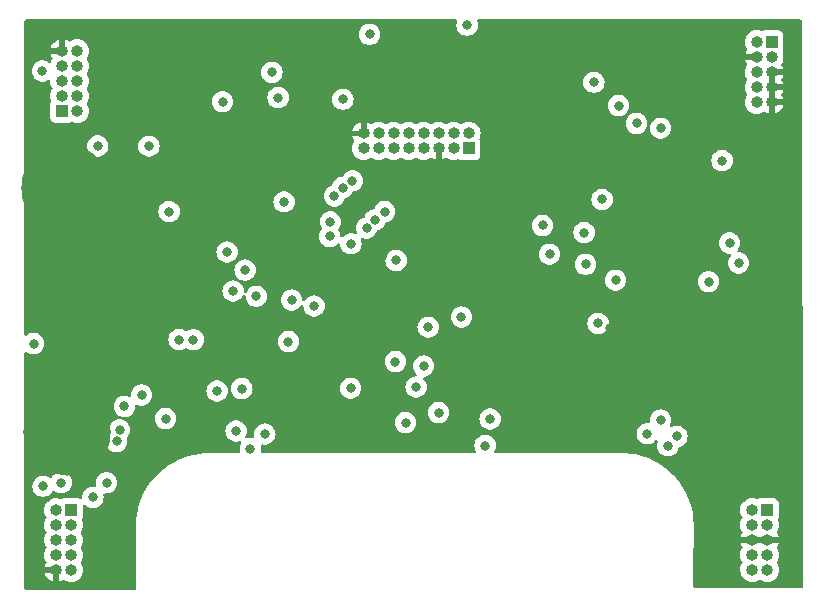
<source format=gbr>
%TF.GenerationSoftware,KiCad,Pcbnew,7.0.10*%
%TF.CreationDate,2025-06-08T09:49:36+02:00*%
%TF.ProjectId,DIC_Addon,4449435f-4164-4646-9f6e-2e6b69636164,rev?*%
%TF.SameCoordinates,Original*%
%TF.FileFunction,Copper,L3,Inr*%
%TF.FilePolarity,Positive*%
%FSLAX46Y46*%
G04 Gerber Fmt 4.6, Leading zero omitted, Abs format (unit mm)*
G04 Created by KiCad (PCBNEW 7.0.10) date 2025-06-08 09:49:36*
%MOMM*%
%LPD*%
G01*
G04 APERTURE LIST*
%TA.AperFunction,ComponentPad*%
%ADD10R,1.000000X1.000000*%
%TD*%
%TA.AperFunction,ComponentPad*%
%ADD11O,1.000000X1.000000*%
%TD*%
%TA.AperFunction,ViaPad*%
%ADD12C,0.800000*%
%TD*%
%TA.AperFunction,ViaPad*%
%ADD13C,7.400000*%
%TD*%
G04 APERTURE END LIST*
D10*
%TO.N,GPIO5_5VOut*%
%TO.C,J6*%
X16891000Y-54483000D03*
D11*
%TO.N,GPIO4_12VOut*%
X15621000Y-54483000D03*
%TO.N,GPIO6_12VOut*%
X16891000Y-55753000D03*
%TO.N,GPIO4_5VOut*%
X15621000Y-55753000D03*
%TO.N,GPIO6_5VOut*%
X16891000Y-57023000D03*
%TO.N,GPIO5_12VOut*%
X15621000Y-57023000D03*
%TO.N,GPIO6_In*%
X16891000Y-58293000D03*
%TO.N,GPIO4_In*%
X15621000Y-58293000D03*
%TO.N,GPIO5_In*%
X16891000Y-59563000D03*
%TO.N,GND*%
X15621000Y-59563000D03*
%TD*%
D10*
%TO.N,CAN1_N*%
%TO.C,J2*%
X76200000Y-14859000D03*
D11*
%TO.N,CAN1_P*%
X74930000Y-14859000D03*
%TO.N,Analog0_In*%
X76200000Y-16129000D03*
%TO.N,GND*%
X74930000Y-16129000D03*
X76200000Y-17399000D03*
%TO.N,Analog1_In*%
X74930000Y-17399000D03*
%TO.N,GND*%
X76200000Y-18669000D03*
%TO.N,Analog2_In*%
X74930000Y-18669000D03*
%TO.N,GND*%
X76200000Y-19939000D03*
%TO.N,Analog3_In*%
X74930000Y-19939000D03*
%TD*%
D10*
%TO.N,GPIO2_In*%
%TO.C,J5*%
X16129000Y-20701000D03*
D11*
%TO.N,GPIO2_5VOut*%
X17399000Y-20701000D03*
%TO.N,GPIO3_12VOut*%
X16129000Y-19431000D03*
%TO.N,GPIO2_12VOut*%
X17399000Y-19431000D03*
%TO.N,GPIO3_5VOut*%
X16129000Y-18161000D03*
%TO.N,GPIO1_In*%
X17399000Y-18161000D03*
%TO.N,GPIO3_In*%
X16129000Y-16891000D03*
%TO.N,GPIO1_5VOut*%
X17399000Y-16891000D03*
%TO.N,GND*%
X16129000Y-15621000D03*
%TO.N,GPIO1_12VOut*%
X17399000Y-15621000D03*
%TD*%
D10*
%TO.N,+BATT*%
%TO.C,J4*%
X75819000Y-54473000D03*
D11*
X74549000Y-54473000D03*
%TO.N,+12V*%
X75819000Y-55743000D03*
X74549000Y-55743000D03*
%TO.N,GND*%
X75819000Y-57013000D03*
X74549000Y-57013000D03*
%TO.N,+3.3V*%
X75819000Y-58283000D03*
X74549000Y-58283000D03*
%TO.N,+5V*%
X75819000Y-59553000D03*
X74549000Y-59553000D03*
%TD*%
D10*
%TO.N,Analog0_In*%
%TO.C,J3*%
X50551000Y-23866000D03*
D11*
%TO.N,Analog1_In*%
X50551000Y-22596000D03*
%TO.N,Analog2_In*%
X49281000Y-23866000D03*
%TO.N,Analog3_In*%
X49281000Y-22596000D03*
%TO.N,GND*%
X48011000Y-23866000D03*
%TO.N,GPIO1_out{slash}in*%
X48011000Y-22596000D03*
%TO.N,GPIO2_out{slash}in*%
X46741000Y-23866000D03*
%TO.N,GPIO3_out{slash}in*%
X46741000Y-22596000D03*
%TO.N,GPIO4_out{slash}in*%
X45471000Y-23866000D03*
%TO.N,GPIO5_out{slash}in*%
X45471000Y-22596000D03*
%TO.N,GPIO6_out{slash}in*%
X44201000Y-23866000D03*
%TO.N,+BATT*%
X44201000Y-22596000D03*
X42931000Y-23866000D03*
%TO.N,CAN1_P*%
X42931000Y-22596000D03*
%TO.N,CAN1_N*%
X41661000Y-23866000D03*
%TO.N,GND*%
X41661000Y-22596000D03*
%TD*%
D12*
%TO.N,GPIO2_In*%
X19147459Y-23651541D03*
X23476846Y-23676464D03*
%TO.N,GPIO3_In*%
X29718000Y-19913000D03*
%TO.N,GPIO1_In*%
X41909594Y-30606594D03*
X39173877Y-27882131D03*
%TO.N,GND*%
X28368820Y-42320680D03*
X62280800Y-15189200D03*
X40005000Y-18389000D03*
X14859000Y-33909000D03*
X35306000Y-14198000D03*
X54906000Y-35082000D03*
X74168000Y-42132000D03*
X33402400Y-27475999D03*
X43191625Y-33052903D03*
X42164000Y-42418000D03*
X27635200Y-15036800D03*
D13*
X67945000Y-16891000D03*
D12*
X36957000Y-30353000D03*
D13*
X74422000Y-47752000D03*
D12*
X17601000Y-40184000D03*
X34163000Y-43561000D03*
X66421000Y-28448000D03*
D13*
X16510000Y-47879000D03*
D12*
X48048000Y-36098000D03*
X54906000Y-47655000D03*
X22876642Y-35767668D03*
X62484000Y-39084000D03*
X23115400Y-29126999D03*
X28769499Y-32960499D03*
D13*
X16383000Y-27178000D03*
D12*
X67437000Y-33242000D03*
%TO.N,+3.3V*%
X60442959Y-33673041D03*
X65668070Y-48015070D03*
X34925000Y-28386500D03*
X33894801Y-17428108D03*
X33291135Y-48047947D03*
X40576094Y-31940094D03*
X60325000Y-30988000D03*
X29251000Y-44399200D03*
X34417000Y-19558000D03*
X67418860Y-49022000D03*
X30861000Y-47778000D03*
X44411871Y-33339674D03*
%TO.N,+5V*%
X24892000Y-46736000D03*
X26036400Y-40048999D03*
X42164000Y-14198000D03*
X51943000Y-49022000D03*
X39894541Y-19701541D03*
X30607000Y-35941000D03*
X31623000Y-34163000D03*
X32066409Y-49271613D03*
%TO.N,GPIO4_In*%
X14525312Y-52468724D03*
X18739012Y-53410012D03*
%TO.N,GPIO5_In*%
X45212000Y-47078000D03*
%TO.N,GPIO1_out{slash}in*%
X73406000Y-33561000D03*
X72644000Y-31861000D03*
%TO.N,GPIO4_out{slash}in*%
X35560000Y-36701000D03*
X38793074Y-31318949D03*
%TO.N,GPIO5_out{slash}in*%
X46739000Y-42291000D03*
X44339000Y-41910000D03*
%TO.N,GPIO6_out{slash}in*%
X38836471Y-30073470D03*
%TO.N,GPIO1_5VOut*%
X42616703Y-29899486D03*
X39880482Y-27174519D03*
X70866000Y-35147000D03*
%TO.N,GPIO1_12VOut*%
X57404000Y-32814000D03*
X62992000Y-35020000D03*
X56802959Y-30386959D03*
X43434000Y-29210000D03*
X40703500Y-26606500D03*
%TO.N,GPIO3_5VOut*%
X50419000Y-13436000D03*
%TO.N,GPIO3_12VOut*%
X61148001Y-18262000D03*
X14459294Y-17311000D03*
%TO.N,GPIO4_5VOut*%
X19887947Y-52167387D03*
X16042595Y-52153524D03*
%TO.N,GPIO4_12VOut*%
X35285274Y-40219087D03*
X31343600Y-44196000D03*
%TO.N,GPIO5_12VOut*%
X47122248Y-38999500D03*
X46101959Y-44068041D03*
X49932396Y-38142313D03*
%TO.N,GPIO5_5VOut*%
X48006000Y-46228000D03*
X52366000Y-46766000D03*
%TO.N,GPIO6_12VOut*%
X13716000Y-40386000D03*
X20737947Y-48662375D03*
%TO.N,GPIO6_5VOut*%
X27229032Y-40056032D03*
X21404435Y-45702366D03*
X22852783Y-44746550D03*
X20993474Y-47695570D03*
%TO.N,+12V*%
X68189930Y-48250930D03*
X40561500Y-44164701D03*
X30099000Y-32639000D03*
X61849000Y-28185000D03*
X66802000Y-46863000D03*
X32571082Y-36381082D03*
X25185601Y-29210800D03*
X63246000Y-20232000D03*
X37465000Y-37211000D03*
X61509000Y-38680141D03*
%TO.N,Analog3_In*%
X64770000Y-21746000D03*
X66808506Y-22150576D03*
%TO.N,Analog2_In*%
X72009000Y-24892000D03*
%TD*%
%TA.AperFunction,Conductor*%
%TO.N,GND*%
G36*
X75521940Y-56818921D02*
G01*
X75475018Y-56925892D01*
X75465372Y-57042302D01*
X75494047Y-57155538D01*
X75557936Y-57253327D01*
X75570364Y-57263000D01*
X74794581Y-57263000D01*
X74846060Y-57207079D01*
X74892982Y-57100108D01*
X74902628Y-56983698D01*
X74873953Y-56870462D01*
X74810064Y-56772673D01*
X74797636Y-56763000D01*
X75573419Y-56763000D01*
X75521940Y-56818921D01*
G37*
%TD.AperFunction*%
%TA.AperFunction,Conductor*%
G36*
X49530173Y-12958185D02*
G01*
X49575928Y-13010989D01*
X49585872Y-13080147D01*
X49581065Y-13100818D01*
X49533326Y-13247744D01*
X49513540Y-13436000D01*
X49533326Y-13624256D01*
X49533327Y-13624259D01*
X49591818Y-13804277D01*
X49591821Y-13804284D01*
X49686467Y-13968216D01*
X49735876Y-14023090D01*
X49813127Y-14108886D01*
X49813129Y-14108888D01*
X49966265Y-14220148D01*
X49966270Y-14220151D01*
X50139192Y-14297142D01*
X50139197Y-14297144D01*
X50324354Y-14336500D01*
X50324355Y-14336500D01*
X50513644Y-14336500D01*
X50513646Y-14336500D01*
X50698803Y-14297144D01*
X50871730Y-14220151D01*
X51024871Y-14108888D01*
X51151533Y-13968216D01*
X51246179Y-13804284D01*
X51304674Y-13624256D01*
X51324460Y-13436000D01*
X51304674Y-13247744D01*
X51256935Y-13100818D01*
X51254940Y-13030977D01*
X51291020Y-12971144D01*
X51353721Y-12940316D01*
X51374866Y-12938500D01*
X78634343Y-12938500D01*
X78701382Y-12958185D01*
X78747137Y-13010989D01*
X78758343Y-13062186D01*
X78879649Y-60978186D01*
X78860134Y-61045275D01*
X78807446Y-61091164D01*
X78755649Y-61102500D01*
X69706775Y-61102500D01*
X69639736Y-61082815D01*
X69593981Y-61030011D01*
X69582775Y-60978249D01*
X69583624Y-60558340D01*
X69585655Y-59553000D01*
X73543659Y-59553000D01*
X73562975Y-59749129D01*
X73566009Y-59759132D01*
X73591456Y-59843019D01*
X73620188Y-59937733D01*
X73713086Y-60111532D01*
X73713090Y-60111539D01*
X73838116Y-60263883D01*
X73990460Y-60388909D01*
X73990467Y-60388913D01*
X74164266Y-60481811D01*
X74164269Y-60481811D01*
X74164273Y-60481814D01*
X74352868Y-60539024D01*
X74549000Y-60558341D01*
X74745132Y-60539024D01*
X74933727Y-60481814D01*
X75107538Y-60388910D01*
X75107544Y-60388904D01*
X75112607Y-60385523D01*
X75113703Y-60387164D01*
X75169639Y-60363405D01*
X75238507Y-60375194D01*
X75255148Y-60385888D01*
X75255393Y-60385523D01*
X75260458Y-60388907D01*
X75260462Y-60388910D01*
X75434273Y-60481814D01*
X75622868Y-60539024D01*
X75819000Y-60558341D01*
X76015132Y-60539024D01*
X76203727Y-60481814D01*
X76377538Y-60388910D01*
X76529883Y-60263883D01*
X76654910Y-60111538D01*
X76747814Y-59937727D01*
X76805024Y-59749132D01*
X76824341Y-59553000D01*
X76805024Y-59356868D01*
X76747814Y-59168273D01*
X76654910Y-58994462D01*
X76654907Y-58994458D01*
X76651523Y-58989393D01*
X76653164Y-58988296D01*
X76629405Y-58932361D01*
X76641194Y-58863493D01*
X76651888Y-58846851D01*
X76651523Y-58846607D01*
X76654904Y-58841544D01*
X76654910Y-58841538D01*
X76747814Y-58667727D01*
X76805024Y-58479132D01*
X76824341Y-58283000D01*
X76805024Y-58086868D01*
X76747814Y-57898273D01*
X76654910Y-57724462D01*
X76654906Y-57724457D01*
X76651526Y-57719399D01*
X76653044Y-57718384D01*
X76629081Y-57661962D01*
X76640872Y-57593094D01*
X76651492Y-57576574D01*
X76651111Y-57576320D01*
X76654497Y-57571252D01*
X76747347Y-57397541D01*
X76788160Y-57263000D01*
X76064581Y-57263000D01*
X76116060Y-57207079D01*
X76162982Y-57100108D01*
X76172628Y-56983698D01*
X76143953Y-56870462D01*
X76080064Y-56772673D01*
X76067636Y-56763000D01*
X76788160Y-56763000D01*
X76788160Y-56762999D01*
X76747347Y-56628458D01*
X76654496Y-56454746D01*
X76651110Y-56449678D01*
X76652784Y-56448559D01*
X76629081Y-56392746D01*
X76640874Y-56323879D01*
X76651839Y-56306818D01*
X76651523Y-56306607D01*
X76654904Y-56301544D01*
X76654910Y-56301538D01*
X76747814Y-56127727D01*
X76805024Y-55939132D01*
X76824341Y-55743000D01*
X76805024Y-55546868D01*
X76747814Y-55358273D01*
X76746677Y-55356146D01*
X76746418Y-55354904D01*
X76745483Y-55352645D01*
X76745911Y-55352467D01*
X76732435Y-55287746D01*
X76756771Y-55223379D01*
X76762796Y-55215331D01*
X76813091Y-55080483D01*
X76819500Y-55020873D01*
X76819499Y-53925128D01*
X76813091Y-53865517D01*
X76807609Y-53850820D01*
X76762797Y-53730671D01*
X76762793Y-53730664D01*
X76676547Y-53615455D01*
X76676544Y-53615452D01*
X76561335Y-53529206D01*
X76561328Y-53529202D01*
X76426482Y-53478908D01*
X76426483Y-53478908D01*
X76366883Y-53472501D01*
X76366881Y-53472500D01*
X76366873Y-53472500D01*
X76366864Y-53472500D01*
X75271129Y-53472500D01*
X75271123Y-53472501D01*
X75211516Y-53478908D01*
X75076671Y-53529202D01*
X75076666Y-53529205D01*
X75068614Y-53535233D01*
X75003149Y-53559648D01*
X74939530Y-53546104D01*
X74939359Y-53546518D01*
X74937123Y-53545592D01*
X74935850Y-53545321D01*
X74935685Y-53545233D01*
X74933727Y-53544186D01*
X74745132Y-53486976D01*
X74745129Y-53486975D01*
X74549000Y-53467659D01*
X74352870Y-53486975D01*
X74164266Y-53544188D01*
X73990467Y-53637086D01*
X73990460Y-53637090D01*
X73838116Y-53762116D01*
X73713090Y-53914460D01*
X73713086Y-53914467D01*
X73620188Y-54088266D01*
X73562975Y-54276870D01*
X73543659Y-54473000D01*
X73562975Y-54669129D01*
X73620188Y-54857733D01*
X73713086Y-55031532D01*
X73716473Y-55036601D01*
X73714836Y-55037694D01*
X73738596Y-55093663D01*
X73726795Y-55162529D01*
X73716109Y-55179156D01*
X73716473Y-55179399D01*
X73713086Y-55184467D01*
X73620188Y-55358266D01*
X73562975Y-55546870D01*
X73543659Y-55743000D01*
X73562975Y-55939129D01*
X73620188Y-56127733D01*
X73713086Y-56301532D01*
X73716473Y-56306601D01*
X73714955Y-56307615D01*
X73738918Y-56364042D01*
X73727124Y-56432909D01*
X73716515Y-56449420D01*
X73716893Y-56449673D01*
X73713505Y-56454742D01*
X73620652Y-56628458D01*
X73579839Y-56762999D01*
X73579840Y-56763000D01*
X74303419Y-56763000D01*
X74251940Y-56818921D01*
X74205018Y-56925892D01*
X74195372Y-57042302D01*
X74224047Y-57155538D01*
X74287936Y-57253327D01*
X74300364Y-57263000D01*
X73579840Y-57263000D01*
X73620652Y-57397541D01*
X73713503Y-57571253D01*
X73716890Y-57576322D01*
X73715215Y-57577440D01*
X73738918Y-57633259D01*
X73727123Y-57702125D01*
X73716158Y-57719188D01*
X73716473Y-57719399D01*
X73713086Y-57724467D01*
X73620188Y-57898266D01*
X73562975Y-58086870D01*
X73543659Y-58283000D01*
X73562975Y-58479129D01*
X73620188Y-58667733D01*
X73713086Y-58841532D01*
X73716473Y-58846601D01*
X73714836Y-58847694D01*
X73738596Y-58903663D01*
X73726795Y-58972529D01*
X73716109Y-58989156D01*
X73716473Y-58989399D01*
X73713086Y-58994467D01*
X73620188Y-59168266D01*
X73562975Y-59356870D01*
X73543659Y-59553000D01*
X69585655Y-59553000D01*
X69593086Y-55875739D01*
X69593114Y-55873398D01*
X69597870Y-55654859D01*
X69573221Y-55196549D01*
X69514175Y-54741391D01*
X69421066Y-54291962D01*
X69294422Y-53850809D01*
X69134959Y-53420428D01*
X68943582Y-53003259D01*
X68721373Y-52601664D01*
X68721370Y-52601660D01*
X68721362Y-52601646D01*
X68469595Y-52217921D01*
X68420034Y-52153524D01*
X68189664Y-51854192D01*
X68140243Y-51799103D01*
X67980743Y-51621308D01*
X67883175Y-51512549D01*
X67551861Y-51194922D01*
X67551855Y-51194917D01*
X67197601Y-50903113D01*
X66822390Y-50638767D01*
X66652480Y-50537268D01*
X66428372Y-50403393D01*
X66428365Y-50403389D01*
X66428361Y-50403387D01*
X66110072Y-50244419D01*
X66017764Y-50198316D01*
X65592905Y-50024701D01*
X65592895Y-50024697D01*
X65156169Y-49883523D01*
X65156166Y-49883522D01*
X64710069Y-49775593D01*
X64257131Y-49701520D01*
X63799893Y-49661718D01*
X63799880Y-49661717D01*
X63799876Y-49661717D01*
X63791825Y-49661625D01*
X63677889Y-49660333D01*
X63666516Y-49659122D01*
X63666464Y-49659641D01*
X63660205Y-49659007D01*
X63660204Y-49659007D01*
X63660155Y-49659007D01*
X63565080Y-49659042D01*
X63563605Y-49659034D01*
X63477701Y-49658043D01*
X63477700Y-49658043D01*
X63477699Y-49658043D01*
X63471985Y-49658506D01*
X63471954Y-49658133D01*
X63461035Y-49659083D01*
X52827457Y-49663157D01*
X52760410Y-49643498D01*
X52714634Y-49590712D01*
X52704664Y-49521557D01*
X52720020Y-49477161D01*
X52770179Y-49390284D01*
X52828674Y-49210256D01*
X52848460Y-49022000D01*
X52828674Y-48833744D01*
X52774112Y-48665823D01*
X52770181Y-48653722D01*
X52770180Y-48653721D01*
X52770179Y-48653716D01*
X52675533Y-48489784D01*
X52548871Y-48349112D01*
X52518548Y-48327081D01*
X52395734Y-48237851D01*
X52395729Y-48237848D01*
X52222807Y-48160857D01*
X52222802Y-48160855D01*
X52077001Y-48129865D01*
X52037646Y-48121500D01*
X51848354Y-48121500D01*
X51815897Y-48128398D01*
X51663197Y-48160855D01*
X51663192Y-48160857D01*
X51490270Y-48237848D01*
X51490265Y-48237851D01*
X51337129Y-48349111D01*
X51210466Y-48489785D01*
X51115821Y-48653715D01*
X51115818Y-48653722D01*
X51057861Y-48832098D01*
X51057326Y-48833744D01*
X51037540Y-49022000D01*
X51057326Y-49210256D01*
X51057327Y-49210259D01*
X51115818Y-49390277D01*
X51115821Y-49390284D01*
X51166368Y-49477834D01*
X51182841Y-49545734D01*
X51159988Y-49611761D01*
X51105067Y-49654952D01*
X51059029Y-49663834D01*
X33054287Y-49670734D01*
X32987240Y-49651075D01*
X32941464Y-49598289D01*
X32931494Y-49529134D01*
X32936307Y-49508421D01*
X32952083Y-49459869D01*
X32971869Y-49271613D01*
X32952083Y-49083357D01*
X32952080Y-49083350D01*
X32950731Y-49076996D01*
X32952936Y-49076527D01*
X32951239Y-49017050D01*
X32987322Y-48957219D01*
X33050024Y-48926393D01*
X33096942Y-48927287D01*
X33196489Y-48948447D01*
X33196490Y-48948447D01*
X33385779Y-48948447D01*
X33385781Y-48948447D01*
X33570938Y-48909091D01*
X33743865Y-48832098D01*
X33897006Y-48720835D01*
X34023668Y-48580163D01*
X34118314Y-48416231D01*
X34176809Y-48236203D01*
X34196595Y-48047947D01*
X34193140Y-48015070D01*
X64762610Y-48015070D01*
X64782396Y-48203326D01*
X64782397Y-48203329D01*
X64840888Y-48383347D01*
X64840891Y-48383354D01*
X64935537Y-48547286D01*
X65031367Y-48653716D01*
X65062199Y-48687958D01*
X65215335Y-48799218D01*
X65215340Y-48799221D01*
X65388262Y-48876212D01*
X65388267Y-48876214D01*
X65573424Y-48915570D01*
X65573425Y-48915570D01*
X65762714Y-48915570D01*
X65762716Y-48915570D01*
X65947873Y-48876214D01*
X66120800Y-48799221D01*
X66273941Y-48687958D01*
X66363316Y-48588696D01*
X66422803Y-48552048D01*
X66492660Y-48553379D01*
X66550708Y-48592265D01*
X66578518Y-48656362D01*
X66573397Y-48709987D01*
X66533721Y-48832098D01*
X66533186Y-48833744D01*
X66513400Y-49022000D01*
X66533186Y-49210256D01*
X66533187Y-49210259D01*
X66591678Y-49390277D01*
X66591681Y-49390284D01*
X66686327Y-49554216D01*
X66812989Y-49694888D01*
X66966125Y-49806148D01*
X66966130Y-49806151D01*
X67139052Y-49883142D01*
X67139057Y-49883144D01*
X67324214Y-49922500D01*
X67324215Y-49922500D01*
X67513504Y-49922500D01*
X67513506Y-49922500D01*
X67698663Y-49883144D01*
X67871590Y-49806151D01*
X68024731Y-49694888D01*
X68151393Y-49554216D01*
X68246039Y-49390284D01*
X68304424Y-49210592D01*
X68343860Y-49152920D01*
X68396568Y-49127625D01*
X68469733Y-49112074D01*
X68469737Y-49112072D01*
X68469738Y-49112072D01*
X68534245Y-49083351D01*
X68642660Y-49035081D01*
X68795801Y-48923818D01*
X68922463Y-48783146D01*
X69017109Y-48619214D01*
X69075604Y-48439186D01*
X69095390Y-48250930D01*
X69075604Y-48062674D01*
X69017109Y-47882646D01*
X68922463Y-47718714D01*
X68795801Y-47578042D01*
X68795800Y-47578041D01*
X68642664Y-47466781D01*
X68642659Y-47466778D01*
X68469737Y-47389787D01*
X68469732Y-47389785D01*
X68323931Y-47358795D01*
X68284576Y-47350430D01*
X68095284Y-47350430D01*
X68062827Y-47357328D01*
X67910127Y-47389785D01*
X67910122Y-47389787D01*
X67757438Y-47457768D01*
X67688188Y-47467053D01*
X67624911Y-47437425D01*
X67587698Y-47378290D01*
X67588363Y-47308424D01*
X67599610Y-47282497D01*
X67629179Y-47231284D01*
X67687674Y-47051256D01*
X67707460Y-46863000D01*
X67687674Y-46674744D01*
X67629179Y-46494716D01*
X67534533Y-46330784D01*
X67407871Y-46190112D01*
X67390512Y-46177500D01*
X67254734Y-46078851D01*
X67254729Y-46078848D01*
X67081807Y-46001857D01*
X67081802Y-46001855D01*
X66936001Y-45970865D01*
X66896646Y-45962500D01*
X66707354Y-45962500D01*
X66674897Y-45969398D01*
X66522197Y-46001855D01*
X66522192Y-46001857D01*
X66349270Y-46078848D01*
X66349265Y-46078851D01*
X66196129Y-46190111D01*
X66069466Y-46330785D01*
X65974821Y-46494715D01*
X65974818Y-46494722D01*
X65917903Y-46669890D01*
X65916326Y-46674744D01*
X65903698Y-46794895D01*
X65896540Y-46863000D01*
X65908803Y-46979678D01*
X65896233Y-47048408D01*
X65848501Y-47099431D01*
X65780761Y-47116549D01*
X65769187Y-47115109D01*
X65769173Y-47115249D01*
X65762716Y-47114570D01*
X65573424Y-47114570D01*
X65540967Y-47121468D01*
X65388267Y-47153925D01*
X65388262Y-47153927D01*
X65215340Y-47230918D01*
X65215335Y-47230921D01*
X65062199Y-47342181D01*
X64935536Y-47482855D01*
X64840891Y-47646785D01*
X64840888Y-47646792D01*
X64798049Y-47778638D01*
X64782396Y-47826814D01*
X64762610Y-48015070D01*
X34193140Y-48015070D01*
X34176809Y-47859691D01*
X34118314Y-47679663D01*
X34023668Y-47515731D01*
X33897006Y-47375059D01*
X33897005Y-47375058D01*
X33743869Y-47263798D01*
X33743864Y-47263795D01*
X33570942Y-47186804D01*
X33570937Y-47186802D01*
X33416267Y-47153927D01*
X33385781Y-47147447D01*
X33196489Y-47147447D01*
X33166003Y-47153927D01*
X33011332Y-47186802D01*
X33011327Y-47186804D01*
X32838405Y-47263795D01*
X32838400Y-47263798D01*
X32685264Y-47375058D01*
X32558601Y-47515732D01*
X32463956Y-47679662D01*
X32463953Y-47679669D01*
X32416143Y-47826814D01*
X32405461Y-47859691D01*
X32385675Y-48047947D01*
X32404576Y-48227786D01*
X32405462Y-48236208D01*
X32406813Y-48242564D01*
X32404612Y-48243031D01*
X32406297Y-48302536D01*
X32370200Y-48362360D01*
X32307491Y-48393171D01*
X32260599Y-48392271D01*
X32161056Y-48371113D01*
X32161055Y-48371113D01*
X31971763Y-48371113D01*
X31953881Y-48374914D01*
X31786601Y-48410469D01*
X31784917Y-48411017D01*
X31783889Y-48411046D01*
X31780249Y-48411820D01*
X31780107Y-48411154D01*
X31715076Y-48413008D01*
X31655245Y-48376924D01*
X31624421Y-48314221D01*
X31632390Y-48244808D01*
X31639214Y-48231093D01*
X31688179Y-48146284D01*
X31746674Y-47966256D01*
X31766460Y-47778000D01*
X31746674Y-47589744D01*
X31688179Y-47409716D01*
X31593533Y-47245784D01*
X31466871Y-47105112D01*
X31466870Y-47105111D01*
X31429555Y-47078000D01*
X44306540Y-47078000D01*
X44326326Y-47266256D01*
X44326327Y-47266259D01*
X44384818Y-47446277D01*
X44384821Y-47446284D01*
X44479467Y-47610216D01*
X44577160Y-47718715D01*
X44606129Y-47750888D01*
X44759265Y-47862148D01*
X44759270Y-47862151D01*
X44932192Y-47939142D01*
X44932197Y-47939144D01*
X45117354Y-47978500D01*
X45117355Y-47978500D01*
X45306644Y-47978500D01*
X45306646Y-47978500D01*
X45491803Y-47939144D01*
X45664730Y-47862151D01*
X45817871Y-47750888D01*
X45944533Y-47610216D01*
X46039179Y-47446284D01*
X46097674Y-47266256D01*
X46117460Y-47078000D01*
X46097674Y-46889744D01*
X46039179Y-46709716D01*
X45944533Y-46545784D01*
X45817871Y-46405112D01*
X45817870Y-46405111D01*
X45664734Y-46293851D01*
X45664729Y-46293848D01*
X45516834Y-46228000D01*
X47100540Y-46228000D01*
X47120326Y-46416256D01*
X47120327Y-46416259D01*
X47178818Y-46596277D01*
X47178821Y-46596284D01*
X47273467Y-46760216D01*
X47379070Y-46877500D01*
X47400129Y-46900888D01*
X47553265Y-47012148D01*
X47553270Y-47012151D01*
X47726192Y-47089142D01*
X47726197Y-47089144D01*
X47911354Y-47128500D01*
X47911355Y-47128500D01*
X48100644Y-47128500D01*
X48100646Y-47128500D01*
X48285803Y-47089144D01*
X48458730Y-47012151D01*
X48611871Y-46900888D01*
X48733325Y-46766000D01*
X51460540Y-46766000D01*
X51480326Y-46954256D01*
X51480327Y-46954259D01*
X51538818Y-47134277D01*
X51538821Y-47134284D01*
X51633467Y-47298216D01*
X51733868Y-47409722D01*
X51760129Y-47438888D01*
X51913265Y-47550148D01*
X51913270Y-47550151D01*
X52086192Y-47627142D01*
X52086197Y-47627144D01*
X52271354Y-47666500D01*
X52271355Y-47666500D01*
X52460644Y-47666500D01*
X52460646Y-47666500D01*
X52645803Y-47627144D01*
X52818730Y-47550151D01*
X52971871Y-47438888D01*
X53098533Y-47298216D01*
X53193179Y-47134284D01*
X53251674Y-46954256D01*
X53271460Y-46766000D01*
X53251674Y-46577744D01*
X53193179Y-46397716D01*
X53098533Y-46233784D01*
X52971871Y-46093112D01*
X52971870Y-46093111D01*
X52818734Y-45981851D01*
X52818729Y-45981848D01*
X52645807Y-45904857D01*
X52645802Y-45904855D01*
X52500001Y-45873865D01*
X52460646Y-45865500D01*
X52271354Y-45865500D01*
X52238897Y-45872398D01*
X52086197Y-45904855D01*
X52086192Y-45904857D01*
X51913270Y-45981848D01*
X51913265Y-45981851D01*
X51760129Y-46093111D01*
X51633466Y-46233785D01*
X51538821Y-46397715D01*
X51538818Y-46397722D01*
X51484951Y-46563510D01*
X51480326Y-46577744D01*
X51460540Y-46766000D01*
X48733325Y-46766000D01*
X48738533Y-46760216D01*
X48833179Y-46596284D01*
X48891674Y-46416256D01*
X48911460Y-46228000D01*
X48891674Y-46039744D01*
X48833179Y-45859716D01*
X48738533Y-45695784D01*
X48611871Y-45555112D01*
X48611870Y-45555111D01*
X48458734Y-45443851D01*
X48458729Y-45443848D01*
X48285807Y-45366857D01*
X48285802Y-45366855D01*
X48131607Y-45334081D01*
X48100646Y-45327500D01*
X47911354Y-45327500D01*
X47880393Y-45334081D01*
X47726197Y-45366855D01*
X47726192Y-45366857D01*
X47553270Y-45443848D01*
X47553265Y-45443851D01*
X47400129Y-45555111D01*
X47273466Y-45695785D01*
X47178821Y-45859715D01*
X47178818Y-45859722D01*
X47132636Y-46001857D01*
X47120326Y-46039744D01*
X47100540Y-46228000D01*
X45516834Y-46228000D01*
X45491807Y-46216857D01*
X45491802Y-46216855D01*
X45346001Y-46185865D01*
X45306646Y-46177500D01*
X45117354Y-46177500D01*
X45084897Y-46184398D01*
X44932197Y-46216855D01*
X44932192Y-46216857D01*
X44759270Y-46293848D01*
X44759265Y-46293851D01*
X44606129Y-46405111D01*
X44479466Y-46545785D01*
X44384821Y-46709715D01*
X44384818Y-46709722D01*
X44330304Y-46877500D01*
X44326326Y-46889744D01*
X44306540Y-47078000D01*
X31429555Y-47078000D01*
X31313734Y-46993851D01*
X31313729Y-46993848D01*
X31140807Y-46916857D01*
X31140802Y-46916855D01*
X30995001Y-46885865D01*
X30955646Y-46877500D01*
X30766354Y-46877500D01*
X30733897Y-46884398D01*
X30581197Y-46916855D01*
X30581192Y-46916857D01*
X30408270Y-46993848D01*
X30408265Y-46993851D01*
X30255129Y-47105111D01*
X30128466Y-47245785D01*
X30033821Y-47409715D01*
X30033818Y-47409722D01*
X29979128Y-47578042D01*
X29975326Y-47589744D01*
X29955540Y-47778000D01*
X29975326Y-47966256D01*
X29975327Y-47966259D01*
X30033818Y-48146277D01*
X30033821Y-48146284D01*
X30128467Y-48310216D01*
X30244595Y-48439189D01*
X30255129Y-48450888D01*
X30408265Y-48562148D01*
X30408270Y-48562151D01*
X30581192Y-48639142D01*
X30581197Y-48639144D01*
X30766354Y-48678500D01*
X30766355Y-48678500D01*
X30955644Y-48678500D01*
X30955646Y-48678500D01*
X31140803Y-48639144D01*
X31140813Y-48639139D01*
X31142473Y-48638601D01*
X31143496Y-48638571D01*
X31147160Y-48637793D01*
X31147302Y-48638462D01*
X31212314Y-48636599D01*
X31272150Y-48672674D01*
X31302984Y-48735372D01*
X31295026Y-48804787D01*
X31288190Y-48818527D01*
X31239229Y-48903331D01*
X31239227Y-48903335D01*
X31182954Y-49076527D01*
X31180735Y-49083357D01*
X31160949Y-49271613D01*
X31180735Y-49459869D01*
X31180736Y-49459872D01*
X31196755Y-49509173D01*
X31198750Y-49579014D01*
X31162670Y-49638847D01*
X31099969Y-49669675D01*
X31078872Y-49671491D01*
X28538445Y-49672465D01*
X28518555Y-49670867D01*
X28517457Y-49670689D01*
X28516687Y-49670564D01*
X28516675Y-49670563D01*
X28437269Y-49672469D01*
X28434344Y-49672505D01*
X28396878Y-49672519D01*
X28389926Y-49673229D01*
X28380310Y-49673833D01*
X28192213Y-49678335D01*
X28192197Y-49678335D01*
X28192196Y-49678336D01*
X28126268Y-49684862D01*
X27730700Y-49724020D01*
X27273909Y-49804010D01*
X27273901Y-49804012D01*
X26824357Y-49917860D01*
X26384550Y-50064938D01*
X26384546Y-50064940D01*
X25956948Y-50244419D01*
X25543925Y-50455308D01*
X25147788Y-50696425D01*
X24770754Y-50966422D01*
X24770743Y-50966431D01*
X24414912Y-51263803D01*
X24414910Y-51263806D01*
X24082253Y-51586903D01*
X23774625Y-51933928D01*
X23774611Y-51933944D01*
X23493736Y-52302955D01*
X23241193Y-52691866D01*
X23018346Y-53098586D01*
X22826480Y-53520770D01*
X22826475Y-53520783D01*
X22666651Y-53956090D01*
X22666645Y-53956107D01*
X22539740Y-54402153D01*
X22446471Y-54856414D01*
X22446471Y-54856417D01*
X22387356Y-55316361D01*
X22387355Y-55316381D01*
X22362724Y-55779462D01*
X22362724Y-55779484D01*
X22367494Y-56000311D01*
X22367523Y-56002738D01*
X22374327Y-59368921D01*
X22377807Y-61091164D01*
X22377836Y-61105249D01*
X22358287Y-61172328D01*
X22305575Y-61218190D01*
X22253836Y-61229500D01*
X13062500Y-61229500D01*
X12995461Y-61209815D01*
X12949706Y-61157011D01*
X12938500Y-61105500D01*
X12938500Y-59813000D01*
X14651840Y-59813000D01*
X14692652Y-59947541D01*
X14785503Y-60121253D01*
X14785507Y-60121260D01*
X14910471Y-60273528D01*
X15062739Y-60398491D01*
X15236465Y-60491349D01*
X15371000Y-60532159D01*
X15371000Y-59813000D01*
X14651840Y-59813000D01*
X12938500Y-59813000D01*
X12938500Y-58293000D01*
X14615659Y-58293000D01*
X14634975Y-58489129D01*
X14634976Y-58489132D01*
X14689154Y-58667733D01*
X14692188Y-58677733D01*
X14785086Y-58851532D01*
X14788473Y-58856601D01*
X14786955Y-58857615D01*
X14810918Y-58914042D01*
X14799124Y-58982909D01*
X14788515Y-58999420D01*
X14788893Y-58999673D01*
X14785505Y-59004742D01*
X14692652Y-59178458D01*
X14651839Y-59312999D01*
X14651840Y-59313000D01*
X15375419Y-59313000D01*
X15323940Y-59368921D01*
X15277018Y-59475892D01*
X15267372Y-59592302D01*
X15296047Y-59705538D01*
X15359936Y-59803327D01*
X15452115Y-59875072D01*
X15562595Y-59913000D01*
X15650005Y-59913000D01*
X15736216Y-59898614D01*
X15838947Y-59843019D01*
X15871000Y-59808200D01*
X15871000Y-60532159D01*
X16005534Y-60491349D01*
X16179259Y-60398492D01*
X16184320Y-60395111D01*
X16185444Y-60396793D01*
X16241203Y-60373086D01*
X16310075Y-60384851D01*
X16327186Y-60395843D01*
X16327399Y-60395526D01*
X16332457Y-60398906D01*
X16332462Y-60398910D01*
X16470594Y-60472743D01*
X16487560Y-60481812D01*
X16506273Y-60491814D01*
X16694868Y-60549024D01*
X16891000Y-60568341D01*
X17087132Y-60549024D01*
X17275727Y-60491814D01*
X17294440Y-60481812D01*
X17449532Y-60398913D01*
X17449538Y-60398910D01*
X17601883Y-60273883D01*
X17726910Y-60121538D01*
X17819814Y-59947727D01*
X17877024Y-59759132D01*
X17896341Y-59563000D01*
X17877024Y-59366868D01*
X17819814Y-59178273D01*
X17726910Y-59004462D01*
X17726907Y-59004458D01*
X17723523Y-58999393D01*
X17725164Y-58998296D01*
X17701405Y-58942361D01*
X17713194Y-58873493D01*
X17723888Y-58856851D01*
X17723523Y-58856607D01*
X17726904Y-58851544D01*
X17726910Y-58851538D01*
X17819814Y-58677727D01*
X17877024Y-58489132D01*
X17896341Y-58293000D01*
X17877024Y-58096868D01*
X17819814Y-57908273D01*
X17726910Y-57734462D01*
X17726907Y-57734458D01*
X17723523Y-57729393D01*
X17725164Y-57728296D01*
X17701405Y-57672361D01*
X17713194Y-57603493D01*
X17723888Y-57586851D01*
X17723523Y-57586607D01*
X17726904Y-57581544D01*
X17726910Y-57581538D01*
X17819814Y-57407727D01*
X17877024Y-57219132D01*
X17896341Y-57023000D01*
X17877024Y-56826868D01*
X17819814Y-56638273D01*
X17726910Y-56464462D01*
X17726907Y-56464458D01*
X17723523Y-56459393D01*
X17725164Y-56458296D01*
X17701405Y-56402361D01*
X17713194Y-56333493D01*
X17723888Y-56316851D01*
X17723523Y-56316607D01*
X17726904Y-56311544D01*
X17726910Y-56311538D01*
X17819814Y-56137727D01*
X17877024Y-55949132D01*
X17896341Y-55753000D01*
X17877024Y-55556868D01*
X17819814Y-55368273D01*
X17818677Y-55366146D01*
X17818418Y-55364904D01*
X17817483Y-55362645D01*
X17817911Y-55362467D01*
X17804435Y-55297746D01*
X17828771Y-55233379D01*
X17834796Y-55225331D01*
X17885091Y-55090483D01*
X17891500Y-55030873D01*
X17891499Y-54137559D01*
X17911183Y-54070521D01*
X17963987Y-54024766D01*
X18033146Y-54014822D01*
X18096702Y-54043847D01*
X18107649Y-54054588D01*
X18133141Y-54082900D01*
X18286277Y-54194160D01*
X18286282Y-54194163D01*
X18459204Y-54271154D01*
X18459209Y-54271156D01*
X18644366Y-54310512D01*
X18644367Y-54310512D01*
X18833656Y-54310512D01*
X18833658Y-54310512D01*
X19018815Y-54271156D01*
X19191742Y-54194163D01*
X19344883Y-54082900D01*
X19471545Y-53942228D01*
X19566191Y-53778296D01*
X19624686Y-53598268D01*
X19644472Y-53410012D01*
X19624686Y-53221756D01*
X19624683Y-53221749D01*
X19623334Y-53215395D01*
X19624639Y-53215117D01*
X19622844Y-53152399D01*
X19658922Y-53092564D01*
X19721621Y-53061733D01*
X19768549Y-53062625D01*
X19793301Y-53067887D01*
X19793304Y-53067887D01*
X19982591Y-53067887D01*
X19982593Y-53067887D01*
X20167750Y-53028531D01*
X20340677Y-52951538D01*
X20493818Y-52840275D01*
X20620480Y-52699603D01*
X20715126Y-52535671D01*
X20773621Y-52355643D01*
X20793407Y-52167387D01*
X20773621Y-51979131D01*
X20715126Y-51799103D01*
X20620480Y-51635171D01*
X20493818Y-51494499D01*
X20493817Y-51494498D01*
X20340681Y-51383238D01*
X20340676Y-51383235D01*
X20167754Y-51306244D01*
X20167749Y-51306242D01*
X20021948Y-51275252D01*
X19982593Y-51266887D01*
X19793301Y-51266887D01*
X19760844Y-51273785D01*
X19608144Y-51306242D01*
X19608139Y-51306244D01*
X19435217Y-51383235D01*
X19435212Y-51383238D01*
X19282076Y-51494498D01*
X19155413Y-51635172D01*
X19060768Y-51799102D01*
X19060765Y-51799109D01*
X19006777Y-51965268D01*
X19002273Y-51979131D01*
X18982487Y-52167387D01*
X19002108Y-52354076D01*
X19002274Y-52355648D01*
X19003625Y-52362004D01*
X19002321Y-52362280D01*
X19004110Y-52425012D01*
X18968026Y-52484843D01*
X18905324Y-52515667D01*
X18858409Y-52514773D01*
X18833658Y-52509512D01*
X18644366Y-52509512D01*
X18619615Y-52514773D01*
X18459209Y-52548867D01*
X18459204Y-52548869D01*
X18286282Y-52625860D01*
X18286277Y-52625863D01*
X18133141Y-52737123D01*
X18006478Y-52877797D01*
X17911833Y-53041727D01*
X17911830Y-53041734D01*
X17855495Y-53215117D01*
X17853338Y-53221756D01*
X17837839Y-53369224D01*
X17833552Y-53410013D01*
X17835708Y-53430530D01*
X17823137Y-53499260D01*
X17775404Y-53550282D01*
X17707663Y-53567399D01*
X17641423Y-53545175D01*
X17638077Y-53542756D01*
X17633335Y-53539206D01*
X17633328Y-53539202D01*
X17498482Y-53488908D01*
X17498483Y-53488908D01*
X17438883Y-53482501D01*
X17438881Y-53482500D01*
X17438873Y-53482500D01*
X17438864Y-53482500D01*
X16343129Y-53482500D01*
X16343123Y-53482501D01*
X16283516Y-53488908D01*
X16148671Y-53539202D01*
X16148666Y-53539205D01*
X16140614Y-53545233D01*
X16075149Y-53569648D01*
X16011530Y-53556104D01*
X16011359Y-53556518D01*
X16009123Y-53555592D01*
X16007850Y-53555321D01*
X16005729Y-53554187D01*
X16005728Y-53554186D01*
X16005727Y-53554186D01*
X15852235Y-53507624D01*
X15817129Y-53496975D01*
X15621000Y-53477659D01*
X15424870Y-53496975D01*
X15236266Y-53554188D01*
X15062467Y-53647086D01*
X15062460Y-53647090D01*
X14910116Y-53772116D01*
X14785090Y-53924460D01*
X14785086Y-53924467D01*
X14692188Y-54098266D01*
X14634975Y-54286870D01*
X14615659Y-54483000D01*
X14634975Y-54679129D01*
X14634976Y-54679132D01*
X14689154Y-54857733D01*
X14692188Y-54867733D01*
X14785086Y-55041532D01*
X14788473Y-55046601D01*
X14786836Y-55047694D01*
X14810596Y-55103663D01*
X14798795Y-55172529D01*
X14788109Y-55189156D01*
X14788473Y-55189399D01*
X14785086Y-55194467D01*
X14692188Y-55368266D01*
X14634975Y-55556870D01*
X14615659Y-55753000D01*
X14634975Y-55949129D01*
X14634976Y-55949132D01*
X14689154Y-56127733D01*
X14692188Y-56137733D01*
X14785086Y-56311532D01*
X14788473Y-56316601D01*
X14786836Y-56317694D01*
X14810596Y-56373663D01*
X14798795Y-56442529D01*
X14788109Y-56459156D01*
X14788473Y-56459399D01*
X14785086Y-56464467D01*
X14692188Y-56638266D01*
X14634975Y-56826870D01*
X14615659Y-57023000D01*
X14634975Y-57219129D01*
X14634976Y-57219132D01*
X14675944Y-57354186D01*
X14692188Y-57407733D01*
X14785086Y-57581532D01*
X14788473Y-57586601D01*
X14786836Y-57587694D01*
X14810596Y-57643663D01*
X14798795Y-57712529D01*
X14788109Y-57729156D01*
X14788473Y-57729399D01*
X14785086Y-57734467D01*
X14692188Y-57908266D01*
X14634975Y-58096870D01*
X14615659Y-58293000D01*
X12938500Y-58293000D01*
X12938500Y-52468724D01*
X13619852Y-52468724D01*
X13639638Y-52656980D01*
X13639639Y-52656983D01*
X13698130Y-52837001D01*
X13698133Y-52837008D01*
X13792779Y-53000940D01*
X13880700Y-53098586D01*
X13919441Y-53141612D01*
X14072577Y-53252872D01*
X14072582Y-53252875D01*
X14245504Y-53329866D01*
X14245509Y-53329868D01*
X14430666Y-53369224D01*
X14430667Y-53369224D01*
X14619956Y-53369224D01*
X14619958Y-53369224D01*
X14805115Y-53329868D01*
X14978042Y-53252875D01*
X15131183Y-53141612D01*
X15257845Y-53000940D01*
X15312836Y-52905691D01*
X15363400Y-52857479D01*
X15432006Y-52844255D01*
X15493106Y-52867376D01*
X15589860Y-52937672D01*
X15589865Y-52937675D01*
X15762787Y-53014666D01*
X15762792Y-53014668D01*
X15947949Y-53054024D01*
X15947950Y-53054024D01*
X16137239Y-53054024D01*
X16137241Y-53054024D01*
X16322398Y-53014668D01*
X16495325Y-52937675D01*
X16648466Y-52826412D01*
X16775128Y-52685740D01*
X16869774Y-52521808D01*
X16928269Y-52341780D01*
X16948055Y-52153524D01*
X16928269Y-51965268D01*
X16869774Y-51785240D01*
X16775128Y-51621308D01*
X16648466Y-51480636D01*
X16648465Y-51480635D01*
X16495329Y-51369375D01*
X16495324Y-51369372D01*
X16322402Y-51292381D01*
X16322397Y-51292379D01*
X16176596Y-51261389D01*
X16137241Y-51253024D01*
X15947949Y-51253024D01*
X15915492Y-51259922D01*
X15762792Y-51292379D01*
X15762787Y-51292381D01*
X15589865Y-51369372D01*
X15589860Y-51369375D01*
X15436724Y-51480635D01*
X15310060Y-51621309D01*
X15255072Y-51716553D01*
X15204505Y-51764769D01*
X15135898Y-51777992D01*
X15074800Y-51754871D01*
X14978046Y-51684575D01*
X14978041Y-51684572D01*
X14805119Y-51607581D01*
X14805114Y-51607579D01*
X14659313Y-51576589D01*
X14619958Y-51568224D01*
X14430666Y-51568224D01*
X14398209Y-51575122D01*
X14245509Y-51607579D01*
X14245504Y-51607581D01*
X14072582Y-51684572D01*
X14072577Y-51684575D01*
X13919441Y-51795835D01*
X13792778Y-51936509D01*
X13698133Y-52100439D01*
X13698130Y-52100446D01*
X13639639Y-52280464D01*
X13639638Y-52280468D01*
X13619852Y-52468724D01*
X12938500Y-52468724D01*
X12938500Y-48662375D01*
X19832487Y-48662375D01*
X19852273Y-48850631D01*
X19852274Y-48850634D01*
X19910765Y-49030652D01*
X19910768Y-49030659D01*
X20005414Y-49194591D01*
X20074765Y-49271613D01*
X20132076Y-49335263D01*
X20285212Y-49446523D01*
X20285217Y-49446526D01*
X20458139Y-49523517D01*
X20458144Y-49523519D01*
X20643301Y-49562875D01*
X20643302Y-49562875D01*
X20832591Y-49562875D01*
X20832593Y-49562875D01*
X21017750Y-49523519D01*
X21190677Y-49446526D01*
X21343818Y-49335263D01*
X21470480Y-49194591D01*
X21565126Y-49030659D01*
X21623621Y-48850631D01*
X21643407Y-48662375D01*
X21623621Y-48474119D01*
X21614078Y-48444752D01*
X21612082Y-48374914D01*
X21639856Y-48323465D01*
X21726007Y-48227786D01*
X21820653Y-48063854D01*
X21879148Y-47883826D01*
X21898934Y-47695570D01*
X21879148Y-47507314D01*
X21820653Y-47327286D01*
X21726007Y-47163354D01*
X21599345Y-47022682D01*
X21599344Y-47022681D01*
X21446208Y-46911421D01*
X21446203Y-46911418D01*
X21286123Y-46840145D01*
X21232886Y-46794895D01*
X21214983Y-46736000D01*
X23986540Y-46736000D01*
X24006326Y-46924256D01*
X24006327Y-46924259D01*
X24064818Y-47104277D01*
X24064821Y-47104284D01*
X24159467Y-47268216D01*
X24268930Y-47389787D01*
X24286129Y-47408888D01*
X24439265Y-47520148D01*
X24439270Y-47520151D01*
X24612192Y-47597142D01*
X24612197Y-47597144D01*
X24797354Y-47636500D01*
X24797355Y-47636500D01*
X24986644Y-47636500D01*
X24986646Y-47636500D01*
X25171803Y-47597144D01*
X25344730Y-47520151D01*
X25497871Y-47408888D01*
X25624533Y-47268216D01*
X25719179Y-47104284D01*
X25777674Y-46924256D01*
X25797460Y-46736000D01*
X25777674Y-46547744D01*
X25719179Y-46367716D01*
X25624533Y-46203784D01*
X25497871Y-46063112D01*
X25465708Y-46039744D01*
X25344734Y-45951851D01*
X25344729Y-45951848D01*
X25171807Y-45874857D01*
X25171802Y-45874855D01*
X25026001Y-45843865D01*
X24986646Y-45835500D01*
X24797354Y-45835500D01*
X24764897Y-45842398D01*
X24612197Y-45874855D01*
X24612192Y-45874857D01*
X24439270Y-45951848D01*
X24439265Y-45951851D01*
X24286129Y-46063111D01*
X24159466Y-46203785D01*
X24064821Y-46367715D01*
X24064818Y-46367722D01*
X24006327Y-46547740D01*
X24006326Y-46547744D01*
X23986540Y-46736000D01*
X21214983Y-46736000D01*
X21212565Y-46728046D01*
X21231611Y-46660822D01*
X21283977Y-46614567D01*
X21336559Y-46602866D01*
X21499079Y-46602866D01*
X21499081Y-46602866D01*
X21684238Y-46563510D01*
X21857165Y-46486517D01*
X22010306Y-46375254D01*
X22136968Y-46234582D01*
X22231614Y-46070650D01*
X22290109Y-45890622D01*
X22309895Y-45702366D01*
X22308990Y-45693758D01*
X22321559Y-45625030D01*
X22369291Y-45574006D01*
X22437031Y-45556888D01*
X22482745Y-45567518D01*
X22572980Y-45607694D01*
X22758137Y-45647050D01*
X22758138Y-45647050D01*
X22947427Y-45647050D01*
X22947429Y-45647050D01*
X23132586Y-45607694D01*
X23305513Y-45530701D01*
X23458654Y-45419438D01*
X23585316Y-45278766D01*
X23679962Y-45114834D01*
X23738457Y-44934806D01*
X23758243Y-44746550D01*
X23738457Y-44558294D01*
X23686764Y-44399200D01*
X28345540Y-44399200D01*
X28365326Y-44587456D01*
X28365327Y-44587459D01*
X28423818Y-44767477D01*
X28423821Y-44767484D01*
X28518467Y-44931416D01*
X28606762Y-45029477D01*
X28645129Y-45072088D01*
X28798265Y-45183348D01*
X28798270Y-45183351D01*
X28971192Y-45260342D01*
X28971197Y-45260344D01*
X29156354Y-45299700D01*
X29156355Y-45299700D01*
X29345644Y-45299700D01*
X29345646Y-45299700D01*
X29530803Y-45260344D01*
X29703730Y-45183351D01*
X29856871Y-45072088D01*
X29983533Y-44931416D01*
X30078179Y-44767484D01*
X30136674Y-44587456D01*
X30156460Y-44399200D01*
X30136674Y-44210944D01*
X30131818Y-44196000D01*
X30438140Y-44196000D01*
X30457926Y-44384256D01*
X30457927Y-44384259D01*
X30516418Y-44564277D01*
X30516421Y-44564284D01*
X30611067Y-44728216D01*
X30712819Y-44841223D01*
X30737729Y-44868888D01*
X30890865Y-44980148D01*
X30890870Y-44980151D01*
X31063792Y-45057142D01*
X31063797Y-45057144D01*
X31248954Y-45096500D01*
X31248955Y-45096500D01*
X31438244Y-45096500D01*
X31438246Y-45096500D01*
X31623403Y-45057144D01*
X31796330Y-44980151D01*
X31949471Y-44868888D01*
X32076133Y-44728216D01*
X32170779Y-44564284D01*
X32229274Y-44384256D01*
X32249060Y-44196000D01*
X32245770Y-44164701D01*
X39656040Y-44164701D01*
X39675826Y-44352957D01*
X39675827Y-44352960D01*
X39734318Y-44532978D01*
X39734321Y-44532985D01*
X39828967Y-44696917D01*
X39892500Y-44767477D01*
X39955629Y-44837589D01*
X40108765Y-44948849D01*
X40108770Y-44948852D01*
X40281692Y-45025843D01*
X40281697Y-45025845D01*
X40466854Y-45065201D01*
X40466855Y-45065201D01*
X40656144Y-45065201D01*
X40656146Y-45065201D01*
X40841303Y-45025845D01*
X41014230Y-44948852D01*
X41167371Y-44837589D01*
X41294033Y-44696917D01*
X41388679Y-44532985D01*
X41447174Y-44352957D01*
X41466960Y-44164701D01*
X41456801Y-44068041D01*
X45196499Y-44068041D01*
X45216285Y-44256297D01*
X45216286Y-44256300D01*
X45274777Y-44436318D01*
X45274780Y-44436325D01*
X45369426Y-44600257D01*
X45484639Y-44728214D01*
X45496088Y-44740929D01*
X45649224Y-44852189D01*
X45649229Y-44852192D01*
X45822151Y-44929183D01*
X45822156Y-44929185D01*
X46007313Y-44968541D01*
X46007314Y-44968541D01*
X46196603Y-44968541D01*
X46196605Y-44968541D01*
X46381762Y-44929185D01*
X46554689Y-44852192D01*
X46707830Y-44740929D01*
X46834492Y-44600257D01*
X46929138Y-44436325D01*
X46987633Y-44256297D01*
X47007419Y-44068041D01*
X46987633Y-43879785D01*
X46929138Y-43699757D01*
X46834492Y-43535825D01*
X46710817Y-43398470D01*
X46680588Y-43335481D01*
X46689213Y-43266146D01*
X46733954Y-43212480D01*
X46800607Y-43191522D01*
X46802968Y-43191500D01*
X46833644Y-43191500D01*
X46833646Y-43191500D01*
X47018803Y-43152144D01*
X47191730Y-43075151D01*
X47344871Y-42963888D01*
X47471533Y-42823216D01*
X47566179Y-42659284D01*
X47624674Y-42479256D01*
X47644460Y-42291000D01*
X47624674Y-42102744D01*
X47566179Y-41922716D01*
X47471533Y-41758784D01*
X47344871Y-41618112D01*
X47344870Y-41618111D01*
X47191734Y-41506851D01*
X47191729Y-41506848D01*
X47018807Y-41429857D01*
X47018802Y-41429855D01*
X46873001Y-41398865D01*
X46833646Y-41390500D01*
X46644354Y-41390500D01*
X46611897Y-41397398D01*
X46459197Y-41429855D01*
X46459192Y-41429857D01*
X46286270Y-41506848D01*
X46286265Y-41506851D01*
X46133129Y-41618111D01*
X46006466Y-41758785D01*
X45911821Y-41922715D01*
X45911818Y-41922722D01*
X45854784Y-42098256D01*
X45853326Y-42102744D01*
X45833540Y-42291000D01*
X45853326Y-42479256D01*
X45853327Y-42479259D01*
X45911818Y-42659277D01*
X45911821Y-42659284D01*
X46006467Y-42823216D01*
X46130141Y-42960569D01*
X46160371Y-43023560D01*
X46151746Y-43092895D01*
X46107005Y-43146561D01*
X46040352Y-43167519D01*
X46037991Y-43167541D01*
X46007313Y-43167541D01*
X45974856Y-43174439D01*
X45822156Y-43206896D01*
X45822151Y-43206898D01*
X45649229Y-43283889D01*
X45649224Y-43283892D01*
X45496088Y-43395152D01*
X45369425Y-43535826D01*
X45274780Y-43699756D01*
X45274777Y-43699763D01*
X45233203Y-43827716D01*
X45216285Y-43879785D01*
X45196499Y-44068041D01*
X41456801Y-44068041D01*
X41447174Y-43976445D01*
X41388679Y-43796417D01*
X41294033Y-43632485D01*
X41167371Y-43491813D01*
X41167370Y-43491812D01*
X41014234Y-43380552D01*
X41014229Y-43380549D01*
X40841307Y-43303558D01*
X40841302Y-43303556D01*
X40695501Y-43272566D01*
X40656146Y-43264201D01*
X40466854Y-43264201D01*
X40434397Y-43271099D01*
X40281697Y-43303556D01*
X40281692Y-43303558D01*
X40108770Y-43380549D01*
X40108765Y-43380552D01*
X39955629Y-43491812D01*
X39828966Y-43632486D01*
X39734321Y-43796416D01*
X39734318Y-43796423D01*
X39680389Y-43962401D01*
X39675826Y-43976445D01*
X39656040Y-44164701D01*
X32245770Y-44164701D01*
X32229274Y-44007744D01*
X32170779Y-43827716D01*
X32076133Y-43663784D01*
X31949471Y-43523112D01*
X31915871Y-43498700D01*
X31796334Y-43411851D01*
X31796329Y-43411848D01*
X31623407Y-43334857D01*
X31623402Y-43334855D01*
X31476156Y-43303558D01*
X31438246Y-43295500D01*
X31248954Y-43295500D01*
X31216497Y-43302398D01*
X31063797Y-43334855D01*
X31063792Y-43334857D01*
X30890870Y-43411848D01*
X30890865Y-43411851D01*
X30737729Y-43523111D01*
X30611066Y-43663785D01*
X30516421Y-43827715D01*
X30516418Y-43827722D01*
X30457927Y-44007740D01*
X30457926Y-44007744D01*
X30438140Y-44196000D01*
X30131818Y-44196000D01*
X30078179Y-44030916D01*
X29983533Y-43866984D01*
X29856871Y-43726312D01*
X29856870Y-43726311D01*
X29703734Y-43615051D01*
X29703729Y-43615048D01*
X29530807Y-43538057D01*
X29530802Y-43538055D01*
X29385001Y-43507065D01*
X29345646Y-43498700D01*
X29156354Y-43498700D01*
X29123897Y-43505598D01*
X28971197Y-43538055D01*
X28971192Y-43538057D01*
X28798270Y-43615048D01*
X28798265Y-43615051D01*
X28645129Y-43726311D01*
X28518466Y-43866985D01*
X28423821Y-44030915D01*
X28423818Y-44030922D01*
X28365327Y-44210940D01*
X28365326Y-44210944D01*
X28345540Y-44399200D01*
X23686764Y-44399200D01*
X23679962Y-44378266D01*
X23585316Y-44214334D01*
X23458654Y-44073662D01*
X23458653Y-44073661D01*
X23305517Y-43962401D01*
X23305512Y-43962398D01*
X23132590Y-43885407D01*
X23132585Y-43885405D01*
X22986784Y-43854415D01*
X22947429Y-43846050D01*
X22758137Y-43846050D01*
X22725680Y-43852948D01*
X22572980Y-43885405D01*
X22572975Y-43885407D01*
X22400053Y-43962398D01*
X22400048Y-43962401D01*
X22246912Y-44073661D01*
X22120249Y-44214335D01*
X22025604Y-44378265D01*
X22025601Y-44378272D01*
X21975332Y-44532985D01*
X21967109Y-44558294D01*
X21964044Y-44587459D01*
X21947323Y-44746552D01*
X21947323Y-44746556D01*
X21948227Y-44755162D01*
X21935655Y-44823891D01*
X21887920Y-44874912D01*
X21820179Y-44892027D01*
X21774470Y-44881396D01*
X21684242Y-44841223D01*
X21684237Y-44841221D01*
X21538436Y-44810231D01*
X21499081Y-44801866D01*
X21309789Y-44801866D01*
X21277332Y-44808764D01*
X21124632Y-44841221D01*
X21124627Y-44841223D01*
X20951705Y-44918214D01*
X20951700Y-44918217D01*
X20798564Y-45029477D01*
X20671901Y-45170151D01*
X20577256Y-45334081D01*
X20577253Y-45334088D01*
X20518762Y-45514106D01*
X20518761Y-45514110D01*
X20498975Y-45702366D01*
X20518761Y-45890622D01*
X20518762Y-45890625D01*
X20577253Y-46070643D01*
X20577256Y-46070650D01*
X20671902Y-46234582D01*
X20758523Y-46330784D01*
X20798564Y-46375254D01*
X20951700Y-46486514D01*
X20951705Y-46486517D01*
X21111786Y-46557791D01*
X21165023Y-46603041D01*
X21185344Y-46669890D01*
X21166298Y-46737114D01*
X21113932Y-46783369D01*
X21061350Y-46795070D01*
X20898828Y-46795070D01*
X20866371Y-46801968D01*
X20713671Y-46834425D01*
X20713666Y-46834427D01*
X20540744Y-46911418D01*
X20540739Y-46911421D01*
X20387603Y-47022681D01*
X20260940Y-47163355D01*
X20166295Y-47327285D01*
X20166292Y-47327292D01*
X20115747Y-47482855D01*
X20107800Y-47507314D01*
X20088014Y-47695570D01*
X20107800Y-47883826D01*
X20107801Y-47883829D01*
X20117342Y-47913193D01*
X20119337Y-47983034D01*
X20091561Y-48034483D01*
X20005413Y-48130160D01*
X19910768Y-48294090D01*
X19910765Y-48294097D01*
X19861814Y-48444755D01*
X19852273Y-48474119D01*
X19832487Y-48662375D01*
X12938500Y-48662375D01*
X12938500Y-41910000D01*
X43433540Y-41910000D01*
X43453326Y-42098256D01*
X43453327Y-42098259D01*
X43511818Y-42278277D01*
X43511821Y-42278284D01*
X43606467Y-42442216D01*
X43639821Y-42479259D01*
X43733129Y-42582888D01*
X43886265Y-42694148D01*
X43886270Y-42694151D01*
X44059192Y-42771142D01*
X44059197Y-42771144D01*
X44244354Y-42810500D01*
X44244355Y-42810500D01*
X44433644Y-42810500D01*
X44433646Y-42810500D01*
X44618803Y-42771144D01*
X44791730Y-42694151D01*
X44944871Y-42582888D01*
X45071533Y-42442216D01*
X45166179Y-42278284D01*
X45224674Y-42098256D01*
X45244460Y-41910000D01*
X45224674Y-41721744D01*
X45166179Y-41541716D01*
X45071533Y-41377784D01*
X44944871Y-41237112D01*
X44944870Y-41237111D01*
X44791734Y-41125851D01*
X44791729Y-41125848D01*
X44618807Y-41048857D01*
X44618802Y-41048855D01*
X44473001Y-41017865D01*
X44433646Y-41009500D01*
X44244354Y-41009500D01*
X44211897Y-41016398D01*
X44059197Y-41048855D01*
X44059192Y-41048857D01*
X43886270Y-41125848D01*
X43886265Y-41125851D01*
X43733129Y-41237111D01*
X43606466Y-41377785D01*
X43511821Y-41541715D01*
X43511818Y-41541722D01*
X43486998Y-41618112D01*
X43453326Y-41721744D01*
X43433540Y-41910000D01*
X12938500Y-41910000D01*
X12938500Y-41177555D01*
X12958185Y-41110516D01*
X13010989Y-41064761D01*
X13080147Y-41054817D01*
X13135382Y-41077235D01*
X13263266Y-41170148D01*
X13263270Y-41170151D01*
X13436192Y-41247142D01*
X13436197Y-41247144D01*
X13621354Y-41286500D01*
X13621355Y-41286500D01*
X13810644Y-41286500D01*
X13810646Y-41286500D01*
X13995803Y-41247144D01*
X14168730Y-41170151D01*
X14321871Y-41058888D01*
X14448533Y-40918216D01*
X14543179Y-40754284D01*
X14601674Y-40574256D01*
X14621460Y-40386000D01*
X14601674Y-40197744D01*
X14553344Y-40048999D01*
X25130940Y-40048999D01*
X25150726Y-40237255D01*
X25150727Y-40237258D01*
X25209218Y-40417276D01*
X25209221Y-40417283D01*
X25303867Y-40581215D01*
X25310200Y-40588248D01*
X25430529Y-40721887D01*
X25583665Y-40833147D01*
X25583670Y-40833150D01*
X25756592Y-40910141D01*
X25756597Y-40910143D01*
X25941754Y-40949499D01*
X25941755Y-40949499D01*
X26131044Y-40949499D01*
X26131046Y-40949499D01*
X26316203Y-40910143D01*
X26489130Y-40833150D01*
X26554990Y-40785299D01*
X26620794Y-40761819D01*
X26688848Y-40777644D01*
X26700760Y-40785299D01*
X26776297Y-40840180D01*
X26776302Y-40840183D01*
X26949224Y-40917174D01*
X26949229Y-40917176D01*
X27134386Y-40956532D01*
X27134387Y-40956532D01*
X27323676Y-40956532D01*
X27323678Y-40956532D01*
X27508835Y-40917176D01*
X27681762Y-40840183D01*
X27834903Y-40728920D01*
X27961565Y-40588248D01*
X28056211Y-40424316D01*
X28114706Y-40244288D01*
X28117355Y-40219087D01*
X34379814Y-40219087D01*
X34399600Y-40407343D01*
X34399601Y-40407346D01*
X34458092Y-40587364D01*
X34458095Y-40587371D01*
X34552741Y-40751303D01*
X34632769Y-40840183D01*
X34679403Y-40891975D01*
X34832539Y-41003235D01*
X34832544Y-41003238D01*
X35005466Y-41080229D01*
X35005471Y-41080231D01*
X35190628Y-41119587D01*
X35190629Y-41119587D01*
X35379918Y-41119587D01*
X35379920Y-41119587D01*
X35565077Y-41080231D01*
X35738004Y-41003238D01*
X35891145Y-40891975D01*
X36017807Y-40751303D01*
X36112453Y-40587371D01*
X36170948Y-40407343D01*
X36190734Y-40219087D01*
X36170948Y-40030831D01*
X36112453Y-39850803D01*
X36017807Y-39686871D01*
X35891145Y-39546199D01*
X35891144Y-39546198D01*
X35738008Y-39434938D01*
X35738003Y-39434935D01*
X35565081Y-39357944D01*
X35565076Y-39357942D01*
X35419275Y-39326952D01*
X35379920Y-39318587D01*
X35190628Y-39318587D01*
X35158171Y-39325485D01*
X35005471Y-39357942D01*
X35005466Y-39357944D01*
X34832544Y-39434935D01*
X34832539Y-39434938D01*
X34679403Y-39546198D01*
X34552740Y-39686872D01*
X34458095Y-39850802D01*
X34458092Y-39850809D01*
X34403861Y-40017716D01*
X34399600Y-40030831D01*
X34379814Y-40219087D01*
X28117355Y-40219087D01*
X28134492Y-40056032D01*
X28114706Y-39867776D01*
X28056211Y-39687748D01*
X27961565Y-39523816D01*
X27834903Y-39383144D01*
X27825223Y-39376111D01*
X27681766Y-39271883D01*
X27681761Y-39271880D01*
X27508839Y-39194889D01*
X27508834Y-39194887D01*
X27363033Y-39163897D01*
X27323678Y-39155532D01*
X27134386Y-39155532D01*
X27101929Y-39162430D01*
X26949229Y-39194887D01*
X26949224Y-39194889D01*
X26776302Y-39271880D01*
X26776297Y-39271883D01*
X26710441Y-39319731D01*
X26644635Y-39343211D01*
X26576581Y-39327385D01*
X26564671Y-39319731D01*
X26489134Y-39264850D01*
X26489129Y-39264847D01*
X26316207Y-39187856D01*
X26316202Y-39187854D01*
X26164134Y-39155532D01*
X26131046Y-39148499D01*
X25941754Y-39148499D01*
X25909297Y-39155397D01*
X25756597Y-39187854D01*
X25756592Y-39187856D01*
X25583670Y-39264847D01*
X25583665Y-39264850D01*
X25430529Y-39376110D01*
X25303866Y-39516784D01*
X25209221Y-39680714D01*
X25209218Y-39680721D01*
X25150759Y-39860642D01*
X25150726Y-39860743D01*
X25130940Y-40048999D01*
X14553344Y-40048999D01*
X14543179Y-40017716D01*
X14448533Y-39853784D01*
X14321871Y-39713112D01*
X14321870Y-39713111D01*
X14168734Y-39601851D01*
X14168729Y-39601848D01*
X13995807Y-39524857D01*
X13995802Y-39524855D01*
X13850001Y-39493865D01*
X13810646Y-39485500D01*
X13621354Y-39485500D01*
X13588897Y-39492398D01*
X13436197Y-39524855D01*
X13436192Y-39524857D01*
X13263270Y-39601848D01*
X13263265Y-39601851D01*
X13135385Y-39694762D01*
X13069579Y-39718242D01*
X13001525Y-39702416D01*
X12952830Y-39652311D01*
X12938500Y-39594444D01*
X12938500Y-38999500D01*
X46216788Y-38999500D01*
X46236574Y-39187756D01*
X46238540Y-39193809D01*
X46295066Y-39367777D01*
X46295069Y-39367784D01*
X46389715Y-39531716D01*
X46452865Y-39601851D01*
X46516377Y-39672388D01*
X46669513Y-39783648D01*
X46669518Y-39783651D01*
X46842440Y-39860642D01*
X46842445Y-39860644D01*
X47027602Y-39900000D01*
X47027603Y-39900000D01*
X47216892Y-39900000D01*
X47216894Y-39900000D01*
X47402051Y-39860644D01*
X47574978Y-39783651D01*
X47728119Y-39672388D01*
X47854781Y-39531716D01*
X47949427Y-39367784D01*
X48007922Y-39187756D01*
X48027708Y-38999500D01*
X48007922Y-38811244D01*
X47949427Y-38631216D01*
X47854781Y-38467284D01*
X47728119Y-38326612D01*
X47707819Y-38311863D01*
X47574982Y-38215351D01*
X47574977Y-38215348D01*
X47410940Y-38142313D01*
X49026936Y-38142313D01*
X49046722Y-38330569D01*
X49046723Y-38330572D01*
X49105214Y-38510590D01*
X49105217Y-38510597D01*
X49199863Y-38674529D01*
X49322962Y-38811244D01*
X49326525Y-38815201D01*
X49479661Y-38926461D01*
X49479666Y-38926464D01*
X49652588Y-39003455D01*
X49652593Y-39003457D01*
X49837750Y-39042813D01*
X49837751Y-39042813D01*
X50027040Y-39042813D01*
X50027042Y-39042813D01*
X50212199Y-39003457D01*
X50385126Y-38926464D01*
X50538267Y-38815201D01*
X50659876Y-38680141D01*
X60603540Y-38680141D01*
X60623326Y-38868397D01*
X60623327Y-38868400D01*
X60681818Y-39048418D01*
X60681821Y-39048425D01*
X60776467Y-39212357D01*
X60830062Y-39271880D01*
X60903129Y-39353029D01*
X61056265Y-39464289D01*
X61056270Y-39464292D01*
X61229192Y-39541283D01*
X61229197Y-39541285D01*
X61414354Y-39580641D01*
X61414355Y-39580641D01*
X61603644Y-39580641D01*
X61603646Y-39580641D01*
X61788803Y-39541285D01*
X61961730Y-39464292D01*
X62114871Y-39353029D01*
X62241533Y-39212357D01*
X62336179Y-39048425D01*
X62394674Y-38868397D01*
X62414460Y-38680141D01*
X62394674Y-38491885D01*
X62336179Y-38311857D01*
X62241533Y-38147925D01*
X62114871Y-38007253D01*
X62041653Y-37954057D01*
X61961734Y-37895992D01*
X61961729Y-37895989D01*
X61788807Y-37818998D01*
X61788802Y-37818996D01*
X61643001Y-37788006D01*
X61603646Y-37779641D01*
X61414354Y-37779641D01*
X61381897Y-37786539D01*
X61229197Y-37818996D01*
X61229192Y-37818998D01*
X61056270Y-37895989D01*
X61056265Y-37895992D01*
X60903129Y-38007252D01*
X60776466Y-38147926D01*
X60681821Y-38311856D01*
X60681818Y-38311863D01*
X60631319Y-38467284D01*
X60623326Y-38491885D01*
X60603540Y-38680141D01*
X50659876Y-38680141D01*
X50664929Y-38674529D01*
X50759575Y-38510597D01*
X50818070Y-38330569D01*
X50837856Y-38142313D01*
X50818070Y-37954057D01*
X50759575Y-37774029D01*
X50664929Y-37610097D01*
X50538267Y-37469425D01*
X50538266Y-37469424D01*
X50385130Y-37358164D01*
X50385125Y-37358161D01*
X50212203Y-37281170D01*
X50212198Y-37281168D01*
X50066397Y-37250178D01*
X50027042Y-37241813D01*
X49837750Y-37241813D01*
X49805293Y-37248711D01*
X49652593Y-37281168D01*
X49652588Y-37281170D01*
X49479666Y-37358161D01*
X49479661Y-37358164D01*
X49326525Y-37469424D01*
X49199862Y-37610098D01*
X49105217Y-37774028D01*
X49105214Y-37774035D01*
X49046723Y-37954053D01*
X49046722Y-37954057D01*
X49026936Y-38142313D01*
X47410940Y-38142313D01*
X47402055Y-38138357D01*
X47402050Y-38138355D01*
X47256249Y-38107365D01*
X47216894Y-38099000D01*
X47027602Y-38099000D01*
X46995145Y-38105898D01*
X46842445Y-38138355D01*
X46842440Y-38138357D01*
X46669518Y-38215348D01*
X46669513Y-38215351D01*
X46516377Y-38326611D01*
X46389714Y-38467285D01*
X46295069Y-38631215D01*
X46295066Y-38631222D01*
X46236575Y-38811240D01*
X46236574Y-38811244D01*
X46216788Y-38999500D01*
X12938500Y-38999500D01*
X12938500Y-35941000D01*
X29701540Y-35941000D01*
X29721326Y-36129256D01*
X29721327Y-36129259D01*
X29779818Y-36309277D01*
X29779821Y-36309284D01*
X29874467Y-36473216D01*
X29932899Y-36538111D01*
X30001129Y-36613888D01*
X30154265Y-36725148D01*
X30154270Y-36725151D01*
X30327192Y-36802142D01*
X30327197Y-36802144D01*
X30512354Y-36841500D01*
X30512355Y-36841500D01*
X30701644Y-36841500D01*
X30701646Y-36841500D01*
X30886803Y-36802144D01*
X31059730Y-36725151D01*
X31212871Y-36613888D01*
X31339533Y-36473216D01*
X31434179Y-36309284D01*
X31434180Y-36309278D01*
X31434670Y-36308431D01*
X31485237Y-36260215D01*
X31553844Y-36246991D01*
X31618709Y-36272959D01*
X31659238Y-36329873D01*
X31664372Y-36374584D01*
X31665622Y-36374584D01*
X31665622Y-36381079D01*
X31665622Y-36381082D01*
X31685408Y-36569338D01*
X31685409Y-36569341D01*
X31743900Y-36749359D01*
X31743903Y-36749366D01*
X31838549Y-36913298D01*
X31937091Y-37022740D01*
X31965211Y-37053970D01*
X32118347Y-37165230D01*
X32118352Y-37165233D01*
X32291274Y-37242224D01*
X32291279Y-37242226D01*
X32476436Y-37281582D01*
X32476437Y-37281582D01*
X32665726Y-37281582D01*
X32665728Y-37281582D01*
X32850885Y-37242226D01*
X33023812Y-37165233D01*
X33176953Y-37053970D01*
X33303615Y-36913298D01*
X33398261Y-36749366D01*
X33413976Y-36701000D01*
X34654540Y-36701000D01*
X34674326Y-36889256D01*
X34674327Y-36889259D01*
X34732818Y-37069277D01*
X34732821Y-37069284D01*
X34827467Y-37233216D01*
X34939968Y-37358161D01*
X34954129Y-37373888D01*
X35107265Y-37485148D01*
X35107270Y-37485151D01*
X35280192Y-37562142D01*
X35280197Y-37562144D01*
X35465354Y-37601500D01*
X35465355Y-37601500D01*
X35654644Y-37601500D01*
X35654646Y-37601500D01*
X35839803Y-37562144D01*
X36012730Y-37485151D01*
X36165871Y-37373888D01*
X36292533Y-37233216D01*
X36329577Y-37169052D01*
X36380142Y-37120837D01*
X36448749Y-37107613D01*
X36513614Y-37133580D01*
X36554143Y-37190494D01*
X36560285Y-37218090D01*
X36579326Y-37399256D01*
X36579327Y-37399259D01*
X36637818Y-37579277D01*
X36637821Y-37579284D01*
X36732467Y-37743216D01*
X36800700Y-37818996D01*
X36859129Y-37883888D01*
X37012265Y-37995148D01*
X37012270Y-37995151D01*
X37185192Y-38072142D01*
X37185197Y-38072144D01*
X37370354Y-38111500D01*
X37370355Y-38111500D01*
X37559644Y-38111500D01*
X37559646Y-38111500D01*
X37744803Y-38072144D01*
X37917730Y-37995151D01*
X38070871Y-37883888D01*
X38197533Y-37743216D01*
X38292179Y-37579284D01*
X38350674Y-37399256D01*
X38370460Y-37211000D01*
X38350674Y-37022744D01*
X38292179Y-36842716D01*
X38197533Y-36678784D01*
X38070871Y-36538112D01*
X38035955Y-36512744D01*
X37917734Y-36426851D01*
X37917729Y-36426848D01*
X37744807Y-36349857D01*
X37744802Y-36349855D01*
X37599001Y-36318865D01*
X37559646Y-36310500D01*
X37370354Y-36310500D01*
X37337897Y-36317398D01*
X37185197Y-36349855D01*
X37185192Y-36349857D01*
X37012270Y-36426848D01*
X37012265Y-36426851D01*
X36859129Y-36538111D01*
X36732465Y-36678785D01*
X36695422Y-36742947D01*
X36644855Y-36791163D01*
X36576248Y-36804385D01*
X36511383Y-36778417D01*
X36470855Y-36721503D01*
X36464715Y-36693913D01*
X36445674Y-36512744D01*
X36387179Y-36332716D01*
X36292533Y-36168784D01*
X36165871Y-36028112D01*
X36165870Y-36028111D01*
X36012734Y-35916851D01*
X36012729Y-35916848D01*
X35839807Y-35839857D01*
X35839802Y-35839855D01*
X35694001Y-35808865D01*
X35654646Y-35800500D01*
X35465354Y-35800500D01*
X35432897Y-35807398D01*
X35280197Y-35839855D01*
X35280192Y-35839857D01*
X35107270Y-35916848D01*
X35107265Y-35916851D01*
X34954129Y-36028111D01*
X34827466Y-36168785D01*
X34732821Y-36332715D01*
X34732818Y-36332722D01*
X34674327Y-36512740D01*
X34674326Y-36512744D01*
X34654540Y-36701000D01*
X33413976Y-36701000D01*
X33456756Y-36569338D01*
X33476542Y-36381082D01*
X33456756Y-36192826D01*
X33398261Y-36012798D01*
X33303615Y-35848866D01*
X33176953Y-35708194D01*
X33176952Y-35708193D01*
X33023816Y-35596933D01*
X33023811Y-35596930D01*
X32850889Y-35519939D01*
X32850884Y-35519937D01*
X32705083Y-35488947D01*
X32665728Y-35480582D01*
X32476436Y-35480582D01*
X32443979Y-35487480D01*
X32291279Y-35519937D01*
X32291274Y-35519939D01*
X32118352Y-35596930D01*
X32118347Y-35596933D01*
X31965211Y-35708193D01*
X31838547Y-35848867D01*
X31743410Y-36013651D01*
X31692843Y-36061867D01*
X31624236Y-36075090D01*
X31559371Y-36049122D01*
X31518843Y-35992207D01*
X31513716Y-35947498D01*
X31512460Y-35947498D01*
X31512460Y-35941002D01*
X31511425Y-35931151D01*
X31492674Y-35752744D01*
X31434179Y-35572716D01*
X31339533Y-35408784D01*
X31212871Y-35268112D01*
X31212870Y-35268111D01*
X31093821Y-35181617D01*
X31063166Y-35141864D01*
X31021623Y-35139489D01*
X31012857Y-35135979D01*
X30886807Y-35079857D01*
X30886802Y-35079855D01*
X30741001Y-35048865D01*
X30701646Y-35040500D01*
X30512354Y-35040500D01*
X30479897Y-35047398D01*
X30327197Y-35079855D01*
X30327192Y-35079857D01*
X30154270Y-35156848D01*
X30154265Y-35156851D01*
X30001129Y-35268111D01*
X29874466Y-35408785D01*
X29779821Y-35572715D01*
X29779818Y-35572722D01*
X29735801Y-35708194D01*
X29721326Y-35752744D01*
X29701540Y-35941000D01*
X12938500Y-35941000D01*
X12938500Y-34163000D01*
X30717540Y-34163000D01*
X30737326Y-34351256D01*
X30737327Y-34351259D01*
X30795818Y-34531277D01*
X30795821Y-34531284D01*
X30890467Y-34695216D01*
X31013394Y-34831740D01*
X31017129Y-34835888D01*
X31136178Y-34922382D01*
X31166832Y-34962134D01*
X31208376Y-34964510D01*
X31217141Y-34968019D01*
X31343197Y-35024144D01*
X31528354Y-35063500D01*
X31528355Y-35063500D01*
X31717644Y-35063500D01*
X31717646Y-35063500D01*
X31902803Y-35024144D01*
X31912110Y-35020000D01*
X62086540Y-35020000D01*
X62106326Y-35208256D01*
X62106327Y-35208259D01*
X62164818Y-35388277D01*
X62164821Y-35388284D01*
X62259467Y-35552216D01*
X62373817Y-35679214D01*
X62386129Y-35692888D01*
X62539265Y-35804148D01*
X62539270Y-35804151D01*
X62712192Y-35881142D01*
X62712197Y-35881144D01*
X62897354Y-35920500D01*
X62897355Y-35920500D01*
X63086644Y-35920500D01*
X63086646Y-35920500D01*
X63271803Y-35881144D01*
X63444730Y-35804151D01*
X63597871Y-35692888D01*
X63724533Y-35552216D01*
X63819179Y-35388284D01*
X63877674Y-35208256D01*
X63884112Y-35147000D01*
X69960540Y-35147000D01*
X69980326Y-35335256D01*
X69980327Y-35335259D01*
X70038818Y-35515277D01*
X70038821Y-35515284D01*
X70133467Y-35679216D01*
X70199672Y-35752744D01*
X70260129Y-35819888D01*
X70413265Y-35931148D01*
X70413270Y-35931151D01*
X70586192Y-36008142D01*
X70586197Y-36008144D01*
X70771354Y-36047500D01*
X70771355Y-36047500D01*
X70960644Y-36047500D01*
X70960646Y-36047500D01*
X71145803Y-36008144D01*
X71318730Y-35931151D01*
X71471871Y-35819888D01*
X71598533Y-35679216D01*
X71693179Y-35515284D01*
X71751674Y-35335256D01*
X71771460Y-35147000D01*
X71751674Y-34958744D01*
X71693179Y-34778716D01*
X71598533Y-34614784D01*
X71471871Y-34474112D01*
X71448583Y-34457192D01*
X71318734Y-34362851D01*
X71318729Y-34362848D01*
X71145807Y-34285857D01*
X71145802Y-34285855D01*
X71000001Y-34254865D01*
X70960646Y-34246500D01*
X70771354Y-34246500D01*
X70738897Y-34253398D01*
X70586197Y-34285855D01*
X70586192Y-34285857D01*
X70413270Y-34362848D01*
X70413265Y-34362851D01*
X70260129Y-34474111D01*
X70133466Y-34614785D01*
X70038821Y-34778715D01*
X70038818Y-34778722D01*
X69980327Y-34958740D01*
X69980326Y-34958744D01*
X69960540Y-35147000D01*
X63884112Y-35147000D01*
X63897460Y-35020000D01*
X63877674Y-34831744D01*
X63819179Y-34651716D01*
X63724533Y-34487784D01*
X63597871Y-34347112D01*
X63595168Y-34345148D01*
X63444734Y-34235851D01*
X63444729Y-34235848D01*
X63271807Y-34158857D01*
X63271802Y-34158855D01*
X63126001Y-34127865D01*
X63086646Y-34119500D01*
X62897354Y-34119500D01*
X62864897Y-34126398D01*
X62712197Y-34158855D01*
X62712192Y-34158857D01*
X62539270Y-34235848D01*
X62539265Y-34235851D01*
X62386129Y-34347111D01*
X62259466Y-34487785D01*
X62164821Y-34651715D01*
X62164818Y-34651722D01*
X62106327Y-34831740D01*
X62106326Y-34831744D01*
X62086540Y-35020000D01*
X31912110Y-35020000D01*
X32075730Y-34947151D01*
X32228871Y-34835888D01*
X32355533Y-34695216D01*
X32450179Y-34531284D01*
X32508674Y-34351256D01*
X32528460Y-34163000D01*
X32508674Y-33974744D01*
X32450179Y-33794716D01*
X32355533Y-33630784D01*
X32228871Y-33490112D01*
X32221539Y-33484785D01*
X32075734Y-33378851D01*
X32075729Y-33378848D01*
X31987744Y-33339674D01*
X43506411Y-33339674D01*
X43526197Y-33527930D01*
X43526198Y-33527933D01*
X43584689Y-33707951D01*
X43584692Y-33707958D01*
X43679338Y-33871890D01*
X43806000Y-34012562D01*
X43959136Y-34123822D01*
X43959141Y-34123825D01*
X44132063Y-34200816D01*
X44132068Y-34200818D01*
X44317225Y-34240174D01*
X44317226Y-34240174D01*
X44506515Y-34240174D01*
X44506517Y-34240174D01*
X44691674Y-34200818D01*
X44864601Y-34123825D01*
X45017742Y-34012562D01*
X45144404Y-33871890D01*
X45239050Y-33707958D01*
X45297545Y-33527930D01*
X45317331Y-33339674D01*
X45297545Y-33151418D01*
X45239050Y-32971390D01*
X45148181Y-32814000D01*
X56498540Y-32814000D01*
X56518326Y-33002256D01*
X56518327Y-33002259D01*
X56576818Y-33182277D01*
X56576821Y-33182284D01*
X56671467Y-33346216D01*
X56700852Y-33378851D01*
X56798129Y-33486888D01*
X56951265Y-33598148D01*
X56951270Y-33598151D01*
X57124192Y-33675142D01*
X57124197Y-33675144D01*
X57309354Y-33714500D01*
X57309355Y-33714500D01*
X57498644Y-33714500D01*
X57498646Y-33714500D01*
X57683803Y-33675144D01*
X57688526Y-33673041D01*
X59537499Y-33673041D01*
X59557285Y-33861297D01*
X59557286Y-33861300D01*
X59615777Y-34041318D01*
X59615780Y-34041325D01*
X59710426Y-34205257D01*
X59782997Y-34285855D01*
X59837088Y-34345929D01*
X59990224Y-34457189D01*
X59990229Y-34457192D01*
X60163151Y-34534183D01*
X60163156Y-34534185D01*
X60348313Y-34573541D01*
X60348314Y-34573541D01*
X60537603Y-34573541D01*
X60537605Y-34573541D01*
X60722762Y-34534185D01*
X60895689Y-34457192D01*
X61048830Y-34345929D01*
X61175492Y-34205257D01*
X61270138Y-34041325D01*
X61328633Y-33861297D01*
X61348419Y-33673041D01*
X61328633Y-33484785D01*
X61270138Y-33304757D01*
X61175492Y-33140825D01*
X61048830Y-33000153D01*
X61048829Y-33000152D01*
X60895693Y-32888892D01*
X60895688Y-32888889D01*
X60722766Y-32811898D01*
X60722761Y-32811896D01*
X60557882Y-32776851D01*
X60537605Y-32772541D01*
X60348313Y-32772541D01*
X60328036Y-32776851D01*
X60163156Y-32811896D01*
X60163151Y-32811898D01*
X59990229Y-32888889D01*
X59990224Y-32888892D01*
X59837088Y-33000152D01*
X59710425Y-33140826D01*
X59615780Y-33304756D01*
X59615777Y-33304763D01*
X59591705Y-33378851D01*
X59557285Y-33484785D01*
X59537499Y-33673041D01*
X57688526Y-33673041D01*
X57856730Y-33598151D01*
X58009871Y-33486888D01*
X58136533Y-33346216D01*
X58231179Y-33182284D01*
X58289674Y-33002256D01*
X58309460Y-32814000D01*
X58289674Y-32625744D01*
X58231179Y-32445716D01*
X58136533Y-32281784D01*
X58009871Y-32141112D01*
X57962624Y-32106785D01*
X57856734Y-32029851D01*
X57856729Y-32029848D01*
X57683807Y-31952857D01*
X57683802Y-31952855D01*
X57538001Y-31921865D01*
X57498646Y-31913500D01*
X57309354Y-31913500D01*
X57276897Y-31920398D01*
X57124197Y-31952855D01*
X57124192Y-31952857D01*
X56951270Y-32029848D01*
X56951265Y-32029851D01*
X56798129Y-32141111D01*
X56671466Y-32281785D01*
X56576821Y-32445715D01*
X56576818Y-32445722D01*
X56518327Y-32625740D01*
X56518326Y-32625744D01*
X56498540Y-32814000D01*
X45148181Y-32814000D01*
X45144404Y-32807458D01*
X45017742Y-32666786D01*
X44979498Y-32639000D01*
X44864605Y-32555525D01*
X44864600Y-32555522D01*
X44691678Y-32478531D01*
X44691673Y-32478529D01*
X44537290Y-32445715D01*
X44506517Y-32439174D01*
X44317225Y-32439174D01*
X44286452Y-32445715D01*
X44132068Y-32478529D01*
X44132063Y-32478531D01*
X43959141Y-32555522D01*
X43959136Y-32555525D01*
X43806000Y-32666785D01*
X43679337Y-32807459D01*
X43584692Y-32971389D01*
X43584689Y-32971396D01*
X43526198Y-33151414D01*
X43526197Y-33151418D01*
X43506411Y-33339674D01*
X31987744Y-33339674D01*
X31902807Y-33301857D01*
X31902802Y-33301855D01*
X31757001Y-33270865D01*
X31717646Y-33262500D01*
X31528354Y-33262500D01*
X31495897Y-33269398D01*
X31343197Y-33301855D01*
X31343192Y-33301857D01*
X31170270Y-33378848D01*
X31170265Y-33378851D01*
X31017129Y-33490111D01*
X30890466Y-33630785D01*
X30795821Y-33794715D01*
X30795818Y-33794722D01*
X30737327Y-33974740D01*
X30737326Y-33974744D01*
X30717540Y-34163000D01*
X12938500Y-34163000D01*
X12938500Y-32639000D01*
X29193540Y-32639000D01*
X29213326Y-32827256D01*
X29213327Y-32827259D01*
X29271818Y-33007277D01*
X29271821Y-33007284D01*
X29366467Y-33171216D01*
X29448660Y-33262500D01*
X29493129Y-33311888D01*
X29646265Y-33423148D01*
X29646270Y-33423151D01*
X29819192Y-33500142D01*
X29819197Y-33500144D01*
X30004354Y-33539500D01*
X30004355Y-33539500D01*
X30193644Y-33539500D01*
X30193646Y-33539500D01*
X30378803Y-33500144D01*
X30551730Y-33423151D01*
X30704871Y-33311888D01*
X30831533Y-33171216D01*
X30926179Y-33007284D01*
X30984674Y-32827256D01*
X31004460Y-32639000D01*
X30984674Y-32450744D01*
X30926179Y-32270716D01*
X30831533Y-32106784D01*
X30704871Y-31966112D01*
X30686626Y-31952856D01*
X30551734Y-31854851D01*
X30551729Y-31854848D01*
X30378807Y-31777857D01*
X30378802Y-31777855D01*
X30233001Y-31746865D01*
X30193646Y-31738500D01*
X30004354Y-31738500D01*
X29971897Y-31745398D01*
X29819197Y-31777855D01*
X29819192Y-31777857D01*
X29646270Y-31854848D01*
X29646265Y-31854851D01*
X29493129Y-31966111D01*
X29366466Y-32106785D01*
X29271821Y-32270715D01*
X29271818Y-32270722D01*
X29213327Y-32450740D01*
X29213326Y-32450744D01*
X29193540Y-32639000D01*
X12938500Y-32639000D01*
X12938500Y-31318949D01*
X37887614Y-31318949D01*
X37907400Y-31507205D01*
X37907401Y-31507208D01*
X37965892Y-31687226D01*
X37965895Y-31687233D01*
X38060541Y-31851165D01*
X38152104Y-31952856D01*
X38187203Y-31991837D01*
X38340339Y-32103097D01*
X38340344Y-32103100D01*
X38513266Y-32180091D01*
X38513271Y-32180093D01*
X38698428Y-32219449D01*
X38698429Y-32219449D01*
X38887718Y-32219449D01*
X38887720Y-32219449D01*
X39072877Y-32180093D01*
X39245804Y-32103100D01*
X39398945Y-31991837D01*
X39460746Y-31923199D01*
X39520233Y-31886551D01*
X39590090Y-31887882D01*
X39648138Y-31926768D01*
X39675948Y-31990865D01*
X39676211Y-31993165D01*
X39690420Y-32128350D01*
X39690421Y-32128353D01*
X39748912Y-32308371D01*
X39748915Y-32308378D01*
X39843561Y-32472310D01*
X39947739Y-32588011D01*
X39970223Y-32612982D01*
X40123359Y-32724242D01*
X40123364Y-32724245D01*
X40296286Y-32801236D01*
X40296291Y-32801238D01*
X40481448Y-32840594D01*
X40481449Y-32840594D01*
X40670738Y-32840594D01*
X40670740Y-32840594D01*
X40855897Y-32801238D01*
X41028824Y-32724245D01*
X41181965Y-32612982D01*
X41308627Y-32472310D01*
X41403273Y-32308378D01*
X41461768Y-32128350D01*
X41481554Y-31940094D01*
X41461768Y-31751838D01*
X41411490Y-31597102D01*
X41409496Y-31527262D01*
X41445576Y-31467429D01*
X41508277Y-31436601D01*
X41577691Y-31444566D01*
X41579810Y-31445484D01*
X41629791Y-31467738D01*
X41814948Y-31507094D01*
X41814949Y-31507094D01*
X42004238Y-31507094D01*
X42004240Y-31507094D01*
X42189397Y-31467738D01*
X42362324Y-31390745D01*
X42515465Y-31279482D01*
X42642127Y-31138810D01*
X42736773Y-30974878D01*
X42777578Y-30849292D01*
X42817015Y-30791618D01*
X42869727Y-30766321D01*
X42896506Y-30760630D01*
X42896510Y-30760628D01*
X42896511Y-30760628D01*
X42954761Y-30734692D01*
X43069433Y-30683637D01*
X43222574Y-30572374D01*
X43349236Y-30431702D01*
X43375068Y-30386959D01*
X55897499Y-30386959D01*
X55917285Y-30575215D01*
X55927186Y-30605686D01*
X55975777Y-30755236D01*
X55975780Y-30755243D01*
X56070426Y-30919175D01*
X56143071Y-30999855D01*
X56197088Y-31059847D01*
X56350224Y-31171107D01*
X56350229Y-31171110D01*
X56523151Y-31248101D01*
X56523156Y-31248103D01*
X56708313Y-31287459D01*
X56708314Y-31287459D01*
X56897603Y-31287459D01*
X56897605Y-31287459D01*
X57082762Y-31248103D01*
X57255689Y-31171110D01*
X57408830Y-31059847D01*
X57473522Y-30988000D01*
X59419540Y-30988000D01*
X59439326Y-31176256D01*
X59439327Y-31176259D01*
X59497818Y-31356277D01*
X59497821Y-31356284D01*
X59592467Y-31520216D01*
X59638923Y-31571810D01*
X59719129Y-31660888D01*
X59872265Y-31772148D01*
X59872270Y-31772151D01*
X60045192Y-31849142D01*
X60045197Y-31849144D01*
X60230354Y-31888500D01*
X60230355Y-31888500D01*
X60419644Y-31888500D01*
X60419646Y-31888500D01*
X60549024Y-31861000D01*
X71738540Y-31861000D01*
X71758326Y-32049256D01*
X71758327Y-32049259D01*
X71816818Y-32229277D01*
X71816821Y-32229284D01*
X71911467Y-32393216D01*
X72024591Y-32518853D01*
X72038129Y-32533888D01*
X72191265Y-32645148D01*
X72191270Y-32645151D01*
X72364192Y-32722142D01*
X72364197Y-32722144D01*
X72549354Y-32761500D01*
X72549355Y-32761500D01*
X72635622Y-32761500D01*
X72702661Y-32781185D01*
X72748416Y-32833989D01*
X72758360Y-32903147D01*
X72729335Y-32966703D01*
X72727772Y-32968472D01*
X72673466Y-33028785D01*
X72578821Y-33192715D01*
X72578818Y-33192722D01*
X72520327Y-33372740D01*
X72520326Y-33372744D01*
X72500540Y-33561000D01*
X72520326Y-33749256D01*
X72520327Y-33749259D01*
X72578818Y-33929277D01*
X72578821Y-33929284D01*
X72673467Y-34093216D01*
X72800129Y-34233888D01*
X72953265Y-34345148D01*
X72953270Y-34345151D01*
X73126192Y-34422142D01*
X73126197Y-34422144D01*
X73311354Y-34461500D01*
X73311355Y-34461500D01*
X73500644Y-34461500D01*
X73500646Y-34461500D01*
X73685803Y-34422144D01*
X73858730Y-34345151D01*
X74011871Y-34233888D01*
X74138533Y-34093216D01*
X74233179Y-33929284D01*
X74291674Y-33749256D01*
X74311460Y-33561000D01*
X74291674Y-33372744D01*
X74233179Y-33192716D01*
X74138533Y-33028784D01*
X74011871Y-32888112D01*
X74011870Y-32888111D01*
X73858734Y-32776851D01*
X73858729Y-32776848D01*
X73685807Y-32699857D01*
X73685802Y-32699855D01*
X73540001Y-32668865D01*
X73500646Y-32660500D01*
X73414378Y-32660500D01*
X73347339Y-32640815D01*
X73301584Y-32588011D01*
X73291640Y-32518853D01*
X73320665Y-32455297D01*
X73322228Y-32453528D01*
X73335152Y-32439174D01*
X73376533Y-32393216D01*
X73471179Y-32229284D01*
X73529674Y-32049256D01*
X73549460Y-31861000D01*
X73529674Y-31672744D01*
X73471179Y-31492716D01*
X73376533Y-31328784D01*
X73249871Y-31188112D01*
X73205597Y-31155945D01*
X73096734Y-31076851D01*
X73096729Y-31076848D01*
X72923807Y-30999857D01*
X72923802Y-30999855D01*
X72778001Y-30968865D01*
X72738646Y-30960500D01*
X72549354Y-30960500D01*
X72516897Y-30967398D01*
X72364197Y-30999855D01*
X72364192Y-30999857D01*
X72191270Y-31076848D01*
X72191265Y-31076851D01*
X72038129Y-31188111D01*
X71911466Y-31328785D01*
X71816821Y-31492715D01*
X71816818Y-31492722D01*
X71782903Y-31597103D01*
X71758326Y-31672744D01*
X71738540Y-31861000D01*
X60549024Y-31861000D01*
X60604803Y-31849144D01*
X60777730Y-31772151D01*
X60930871Y-31660888D01*
X61057533Y-31520216D01*
X61152179Y-31356284D01*
X61210674Y-31176256D01*
X61230460Y-30988000D01*
X61210674Y-30799744D01*
X61152179Y-30619716D01*
X61057533Y-30455784D01*
X60930871Y-30315112D01*
X60930870Y-30315111D01*
X60777734Y-30203851D01*
X60777729Y-30203848D01*
X60604807Y-30126857D01*
X60604802Y-30126855D01*
X60459001Y-30095865D01*
X60419646Y-30087500D01*
X60230354Y-30087500D01*
X60197897Y-30094398D01*
X60045197Y-30126855D01*
X60045192Y-30126857D01*
X59872270Y-30203848D01*
X59872265Y-30203851D01*
X59719129Y-30315111D01*
X59592466Y-30455785D01*
X59497821Y-30619715D01*
X59497818Y-30619722D01*
X59441966Y-30791618D01*
X59439326Y-30799744D01*
X59419540Y-30988000D01*
X57473522Y-30988000D01*
X57535492Y-30919175D01*
X57630138Y-30755243D01*
X57688633Y-30575215D01*
X57708419Y-30386959D01*
X57688633Y-30198703D01*
X57630138Y-30018675D01*
X57535492Y-29854743D01*
X57408830Y-29714071D01*
X57404920Y-29711230D01*
X57255693Y-29602810D01*
X57255688Y-29602807D01*
X57082766Y-29525816D01*
X57082761Y-29525814D01*
X56936960Y-29494824D01*
X56897605Y-29486459D01*
X56708313Y-29486459D01*
X56675856Y-29493357D01*
X56523156Y-29525814D01*
X56523151Y-29525816D01*
X56350229Y-29602807D01*
X56350224Y-29602810D01*
X56197088Y-29714070D01*
X56070425Y-29854744D01*
X55975780Y-30018674D01*
X55975777Y-30018681D01*
X55940629Y-30126857D01*
X55917285Y-30198703D01*
X55897499Y-30386959D01*
X43375068Y-30386959D01*
X43443882Y-30267770D01*
X43470363Y-30186269D01*
X43509797Y-30128599D01*
X43562505Y-30103302D01*
X43713803Y-30071144D01*
X43713807Y-30071142D01*
X43713808Y-30071142D01*
X43831635Y-30018681D01*
X43886730Y-29994151D01*
X44039871Y-29882888D01*
X44166533Y-29742216D01*
X44261179Y-29578284D01*
X44319674Y-29398256D01*
X44339460Y-29210000D01*
X44319674Y-29021744D01*
X44261179Y-28841716D01*
X44166533Y-28677784D01*
X44039871Y-28537112D01*
X44039870Y-28537111D01*
X43886734Y-28425851D01*
X43886729Y-28425848D01*
X43713807Y-28348857D01*
X43713802Y-28348855D01*
X43568001Y-28317865D01*
X43528646Y-28309500D01*
X43339354Y-28309500D01*
X43306897Y-28316398D01*
X43154197Y-28348855D01*
X43154192Y-28348857D01*
X42981270Y-28425848D01*
X42981265Y-28425851D01*
X42828129Y-28537111D01*
X42701466Y-28677785D01*
X42606821Y-28841715D01*
X42606818Y-28841722D01*
X42580341Y-28923212D01*
X42540904Y-28980888D01*
X42488191Y-29006184D01*
X42336900Y-29038341D01*
X42336895Y-29038343D01*
X42163973Y-29115334D01*
X42163968Y-29115337D01*
X42010832Y-29226597D01*
X41884169Y-29367271D01*
X41789524Y-29531201D01*
X41789522Y-29531205D01*
X41748718Y-29656786D01*
X41709280Y-29714461D01*
X41656572Y-29739756D01*
X41629795Y-29745448D01*
X41629786Y-29745451D01*
X41456864Y-29822442D01*
X41456859Y-29822445D01*
X41303723Y-29933705D01*
X41177060Y-30074379D01*
X41082415Y-30238309D01*
X41082412Y-30238316D01*
X41023921Y-30418334D01*
X41023920Y-30418338D01*
X41004134Y-30606594D01*
X41023920Y-30794850D01*
X41023921Y-30794853D01*
X41074196Y-30949584D01*
X41076191Y-31019425D01*
X41040111Y-31079258D01*
X40977410Y-31110086D01*
X40907995Y-31102121D01*
X40905829Y-31101181D01*
X40855901Y-31078951D01*
X40855896Y-31078949D01*
X40710095Y-31047959D01*
X40670740Y-31039594D01*
X40481448Y-31039594D01*
X40448991Y-31046492D01*
X40296291Y-31078949D01*
X40296286Y-31078951D01*
X40123364Y-31155942D01*
X40123359Y-31155945D01*
X39970225Y-31267204D01*
X39908420Y-31335844D01*
X39848933Y-31372491D01*
X39779076Y-31371160D01*
X39721028Y-31332272D01*
X39693219Y-31268175D01*
X39692964Y-31265956D01*
X39678748Y-31130693D01*
X39620253Y-30950665D01*
X39525607Y-30786733D01*
X39525606Y-30786732D01*
X39523918Y-30783808D01*
X39507445Y-30715908D01*
X39530298Y-30649881D01*
X39539156Y-30638835D01*
X39569004Y-30605686D01*
X39663650Y-30441754D01*
X39722145Y-30261726D01*
X39741931Y-30073470D01*
X39722145Y-29885214D01*
X39663650Y-29705186D01*
X39569004Y-29541254D01*
X39442342Y-29400582D01*
X39439141Y-29398256D01*
X39289205Y-29289321D01*
X39289200Y-29289318D01*
X39116278Y-29212327D01*
X39116273Y-29212325D01*
X38970472Y-29181335D01*
X38931117Y-29172970D01*
X38741825Y-29172970D01*
X38709368Y-29179868D01*
X38556668Y-29212325D01*
X38556663Y-29212327D01*
X38383741Y-29289318D01*
X38383736Y-29289321D01*
X38230600Y-29400581D01*
X38103937Y-29541255D01*
X38009292Y-29705185D01*
X38009289Y-29705192D01*
X37951293Y-29883688D01*
X37950797Y-29885214D01*
X37931011Y-30073470D01*
X37950797Y-30261726D01*
X37950798Y-30261729D01*
X38009289Y-30441747D01*
X38009292Y-30441754D01*
X38105626Y-30608610D01*
X38122099Y-30676511D01*
X38099246Y-30742537D01*
X38090390Y-30753581D01*
X38060542Y-30786731D01*
X38060538Y-30786736D01*
X37965895Y-30950664D01*
X37965892Y-30950671D01*
X37907401Y-31130689D01*
X37907400Y-31130693D01*
X37887614Y-31318949D01*
X12938500Y-31318949D01*
X12938500Y-29210800D01*
X24280141Y-29210800D01*
X24299927Y-29399056D01*
X24299928Y-29399059D01*
X24358419Y-29579077D01*
X24358422Y-29579084D01*
X24453068Y-29743016D01*
X24553668Y-29854743D01*
X24579730Y-29883688D01*
X24732866Y-29994948D01*
X24732871Y-29994951D01*
X24905793Y-30071942D01*
X24905798Y-30071944D01*
X25090955Y-30111300D01*
X25090956Y-30111300D01*
X25280245Y-30111300D01*
X25280247Y-30111300D01*
X25465404Y-30071944D01*
X25638331Y-29994951D01*
X25791472Y-29883688D01*
X25918134Y-29743016D01*
X26012780Y-29579084D01*
X26071275Y-29399056D01*
X26091061Y-29210800D01*
X26071275Y-29022544D01*
X26012780Y-28842516D01*
X25918134Y-28678584D01*
X25791472Y-28537912D01*
X25790370Y-28537111D01*
X25638335Y-28426651D01*
X25638330Y-28426648D01*
X25548157Y-28386500D01*
X34019540Y-28386500D01*
X34039326Y-28574756D01*
X34039327Y-28574759D01*
X34097818Y-28754777D01*
X34097821Y-28754784D01*
X34192467Y-28918716D01*
X34300178Y-29038341D01*
X34319129Y-29059388D01*
X34472265Y-29170648D01*
X34472270Y-29170651D01*
X34645192Y-29247642D01*
X34645197Y-29247644D01*
X34830354Y-29287000D01*
X34830355Y-29287000D01*
X35019644Y-29287000D01*
X35019646Y-29287000D01*
X35204803Y-29247644D01*
X35377730Y-29170651D01*
X35530871Y-29059388D01*
X35657533Y-28918716D01*
X35752179Y-28754784D01*
X35810674Y-28574756D01*
X35830460Y-28386500D01*
X35810674Y-28198244D01*
X35752179Y-28018216D01*
X35673610Y-27882131D01*
X38268417Y-27882131D01*
X38288203Y-28070387D01*
X38288204Y-28070390D01*
X38346695Y-28250408D01*
X38346698Y-28250415D01*
X38441344Y-28414347D01*
X38566444Y-28553284D01*
X38568006Y-28555019D01*
X38721142Y-28666279D01*
X38721147Y-28666282D01*
X38894069Y-28743273D01*
X38894074Y-28743275D01*
X39079231Y-28782631D01*
X39079232Y-28782631D01*
X39268521Y-28782631D01*
X39268523Y-28782631D01*
X39453680Y-28743275D01*
X39626607Y-28666282D01*
X39779748Y-28555019D01*
X39906410Y-28414347D01*
X40001056Y-28250415D01*
X40022310Y-28185000D01*
X60943540Y-28185000D01*
X60963326Y-28373256D01*
X60963327Y-28373259D01*
X61021818Y-28553277D01*
X61021821Y-28553284D01*
X61116467Y-28717216D01*
X61228567Y-28841715D01*
X61243129Y-28857888D01*
X61396265Y-28969148D01*
X61396270Y-28969151D01*
X61569192Y-29046142D01*
X61569197Y-29046144D01*
X61754354Y-29085500D01*
X61754355Y-29085500D01*
X61943644Y-29085500D01*
X61943646Y-29085500D01*
X62128803Y-29046144D01*
X62301730Y-28969151D01*
X62454871Y-28857888D01*
X62581533Y-28717216D01*
X62676179Y-28553284D01*
X62734674Y-28373256D01*
X62754460Y-28185000D01*
X62734674Y-27996744D01*
X62676179Y-27816716D01*
X62581533Y-27652784D01*
X62454871Y-27512112D01*
X62454870Y-27512111D01*
X62301734Y-27400851D01*
X62301729Y-27400848D01*
X62128807Y-27323857D01*
X62128802Y-27323855D01*
X61983001Y-27292865D01*
X61943646Y-27284500D01*
X61754354Y-27284500D01*
X61721897Y-27291398D01*
X61569197Y-27323855D01*
X61569192Y-27323857D01*
X61396270Y-27400848D01*
X61396265Y-27400851D01*
X61243129Y-27512111D01*
X61116466Y-27652785D01*
X61021821Y-27816715D01*
X61021818Y-27816722D01*
X60975698Y-27958667D01*
X60963326Y-27996744D01*
X60943540Y-28185000D01*
X40022310Y-28185000D01*
X40042074Y-28124172D01*
X40081511Y-28066499D01*
X40134222Y-28041202D01*
X40160285Y-28035663D01*
X40160289Y-28035661D01*
X40160290Y-28035661D01*
X40247706Y-27996740D01*
X40333212Y-27958670D01*
X40486353Y-27847407D01*
X40613015Y-27706735D01*
X40644164Y-27652784D01*
X40692537Y-27569000D01*
X40743104Y-27520784D01*
X40791813Y-27508967D01*
X40791678Y-27507680D01*
X40798144Y-27507000D01*
X40798146Y-27507000D01*
X40983303Y-27467644D01*
X41156230Y-27390651D01*
X41309371Y-27279388D01*
X41436033Y-27138716D01*
X41530679Y-26974784D01*
X41589174Y-26794756D01*
X41608960Y-26606500D01*
X41589174Y-26418244D01*
X41530679Y-26238216D01*
X41436033Y-26074284D01*
X41309371Y-25933612D01*
X41309370Y-25933611D01*
X41156234Y-25822351D01*
X41156229Y-25822348D01*
X40983307Y-25745357D01*
X40983302Y-25745355D01*
X40837501Y-25714365D01*
X40798146Y-25706000D01*
X40608854Y-25706000D01*
X40576397Y-25712898D01*
X40423697Y-25745355D01*
X40423692Y-25745357D01*
X40250770Y-25822348D01*
X40250765Y-25822351D01*
X40097629Y-25933611D01*
X39970965Y-26074285D01*
X39891445Y-26212019D01*
X39840878Y-26260235D01*
X39792168Y-26272051D01*
X39792304Y-26273339D01*
X39785837Y-26274018D01*
X39600679Y-26313374D01*
X39600674Y-26313376D01*
X39427752Y-26390367D01*
X39427747Y-26390370D01*
X39274611Y-26501630D01*
X39147948Y-26642304D01*
X39053303Y-26806234D01*
X39053301Y-26806238D01*
X39012284Y-26932476D01*
X38972846Y-26990151D01*
X38920136Y-27015447D01*
X38894071Y-27020987D01*
X38894069Y-27020988D01*
X38721147Y-27097979D01*
X38721142Y-27097982D01*
X38568006Y-27209242D01*
X38441343Y-27349916D01*
X38346698Y-27513846D01*
X38346695Y-27513853D01*
X38301554Y-27652784D01*
X38288203Y-27693875D01*
X38268417Y-27882131D01*
X35673610Y-27882131D01*
X35657533Y-27854284D01*
X35530871Y-27713612D01*
X35521403Y-27706733D01*
X35377734Y-27602351D01*
X35377729Y-27602348D01*
X35204807Y-27525357D01*
X35204802Y-27525355D01*
X35059001Y-27494365D01*
X35019646Y-27486000D01*
X34830354Y-27486000D01*
X34797897Y-27492898D01*
X34645197Y-27525355D01*
X34645192Y-27525357D01*
X34472270Y-27602348D01*
X34472265Y-27602351D01*
X34319129Y-27713611D01*
X34192466Y-27854285D01*
X34097821Y-28018215D01*
X34097818Y-28018222D01*
X34043629Y-28185000D01*
X34039326Y-28198244D01*
X34019540Y-28386500D01*
X25548157Y-28386500D01*
X25465408Y-28349657D01*
X25465403Y-28349655D01*
X25319602Y-28318665D01*
X25280247Y-28310300D01*
X25090955Y-28310300D01*
X25058498Y-28317198D01*
X24905798Y-28349655D01*
X24905793Y-28349657D01*
X24732871Y-28426648D01*
X24732866Y-28426651D01*
X24579730Y-28537911D01*
X24453067Y-28678585D01*
X24358422Y-28842515D01*
X24358419Y-28842522D01*
X24300188Y-29021740D01*
X24299927Y-29022544D01*
X24280141Y-29210800D01*
X12938500Y-29210800D01*
X12938500Y-24892000D01*
X71103540Y-24892000D01*
X71123326Y-25080256D01*
X71123327Y-25080259D01*
X71181818Y-25260277D01*
X71181821Y-25260284D01*
X71276467Y-25424216D01*
X71403129Y-25564888D01*
X71556265Y-25676148D01*
X71556270Y-25676151D01*
X71729192Y-25753142D01*
X71729197Y-25753144D01*
X71914354Y-25792500D01*
X71914355Y-25792500D01*
X72103644Y-25792500D01*
X72103646Y-25792500D01*
X72288803Y-25753144D01*
X72461730Y-25676151D01*
X72614871Y-25564888D01*
X72741533Y-25424216D01*
X72836179Y-25260284D01*
X72894674Y-25080256D01*
X72914460Y-24892000D01*
X72894674Y-24703744D01*
X72836179Y-24523716D01*
X72741533Y-24359784D01*
X72614871Y-24219112D01*
X72600510Y-24208678D01*
X72461734Y-24107851D01*
X72461729Y-24107848D01*
X72288807Y-24030857D01*
X72288802Y-24030855D01*
X72143001Y-23999865D01*
X72103646Y-23991500D01*
X71914354Y-23991500D01*
X71881897Y-23998398D01*
X71729197Y-24030855D01*
X71729192Y-24030857D01*
X71556270Y-24107848D01*
X71556265Y-24107851D01*
X71403129Y-24219111D01*
X71276466Y-24359785D01*
X71181821Y-24523715D01*
X71181818Y-24523722D01*
X71123923Y-24701907D01*
X71123326Y-24703744D01*
X71103540Y-24892000D01*
X12938500Y-24892000D01*
X12938500Y-23651541D01*
X18241999Y-23651541D01*
X18261785Y-23839797D01*
X18261786Y-23839800D01*
X18320277Y-24019818D01*
X18320280Y-24019825D01*
X18414926Y-24183757D01*
X18475232Y-24250733D01*
X18541588Y-24324429D01*
X18694724Y-24435689D01*
X18694729Y-24435692D01*
X18867651Y-24512683D01*
X18867656Y-24512685D01*
X19052813Y-24552041D01*
X19052814Y-24552041D01*
X19242103Y-24552041D01*
X19242105Y-24552041D01*
X19427262Y-24512685D01*
X19600189Y-24435692D01*
X19753330Y-24324429D01*
X19879992Y-24183757D01*
X19974638Y-24019825D01*
X20033133Y-23839797D01*
X20050300Y-23676464D01*
X22571386Y-23676464D01*
X22591172Y-23864720D01*
X22591173Y-23864723D01*
X22649664Y-24044741D01*
X22649667Y-24044748D01*
X22744313Y-24208680D01*
X22782178Y-24250733D01*
X22870975Y-24349352D01*
X23024111Y-24460612D01*
X23024116Y-24460615D01*
X23197038Y-24537606D01*
X23197043Y-24537608D01*
X23382200Y-24576964D01*
X23382201Y-24576964D01*
X23571490Y-24576964D01*
X23571492Y-24576964D01*
X23756649Y-24537608D01*
X23929576Y-24460615D01*
X24082717Y-24349352D01*
X24209379Y-24208680D01*
X24304025Y-24044748D01*
X24362104Y-23866000D01*
X40655659Y-23866000D01*
X40674975Y-24062129D01*
X40732188Y-24250733D01*
X40825086Y-24424532D01*
X40825090Y-24424539D01*
X40950116Y-24576883D01*
X41102460Y-24701909D01*
X41102467Y-24701913D01*
X41276266Y-24794811D01*
X41276269Y-24794811D01*
X41276273Y-24794814D01*
X41464868Y-24852024D01*
X41661000Y-24871341D01*
X41857132Y-24852024D01*
X42045727Y-24794814D01*
X42219538Y-24701910D01*
X42219544Y-24701904D01*
X42224607Y-24698523D01*
X42225703Y-24700164D01*
X42281639Y-24676405D01*
X42350507Y-24688194D01*
X42367148Y-24698888D01*
X42367393Y-24698523D01*
X42372458Y-24701907D01*
X42372462Y-24701910D01*
X42517501Y-24779435D01*
X42544147Y-24793678D01*
X42546273Y-24794814D01*
X42734868Y-24852024D01*
X42931000Y-24871341D01*
X43127132Y-24852024D01*
X43315727Y-24794814D01*
X43489538Y-24701910D01*
X43489544Y-24701904D01*
X43494607Y-24698523D01*
X43495703Y-24700164D01*
X43551639Y-24676405D01*
X43620507Y-24688194D01*
X43637148Y-24698888D01*
X43637393Y-24698523D01*
X43642458Y-24701907D01*
X43642462Y-24701910D01*
X43787501Y-24779435D01*
X43814147Y-24793678D01*
X43816273Y-24794814D01*
X44004868Y-24852024D01*
X44201000Y-24871341D01*
X44397132Y-24852024D01*
X44585727Y-24794814D01*
X44759538Y-24701910D01*
X44759544Y-24701904D01*
X44764607Y-24698523D01*
X44765703Y-24700164D01*
X44821639Y-24676405D01*
X44890507Y-24688194D01*
X44907148Y-24698888D01*
X44907393Y-24698523D01*
X44912458Y-24701907D01*
X44912462Y-24701910D01*
X45057501Y-24779435D01*
X45084147Y-24793678D01*
X45086273Y-24794814D01*
X45274868Y-24852024D01*
X45471000Y-24871341D01*
X45667132Y-24852024D01*
X45855727Y-24794814D01*
X46029538Y-24701910D01*
X46029544Y-24701904D01*
X46034607Y-24698523D01*
X46035703Y-24700164D01*
X46091639Y-24676405D01*
X46160507Y-24688194D01*
X46177148Y-24698888D01*
X46177393Y-24698523D01*
X46182458Y-24701907D01*
X46182462Y-24701910D01*
X46327501Y-24779435D01*
X46354147Y-24793678D01*
X46356273Y-24794814D01*
X46544868Y-24852024D01*
X46741000Y-24871341D01*
X46937132Y-24852024D01*
X47125727Y-24794814D01*
X47299538Y-24701910D01*
X47299544Y-24701904D01*
X47304607Y-24698523D01*
X47305624Y-24700045D01*
X47362021Y-24676084D01*
X47430890Y-24687866D01*
X47447424Y-24698489D01*
X47447678Y-24698110D01*
X47452738Y-24701491D01*
X47626465Y-24794349D01*
X47761000Y-24835159D01*
X47761000Y-24073672D01*
X47798871Y-24118805D01*
X47898129Y-24176112D01*
X47982564Y-24191000D01*
X48039436Y-24191000D01*
X48123871Y-24176112D01*
X48223129Y-24118805D01*
X48261000Y-24073672D01*
X48261000Y-24835159D01*
X48395534Y-24794349D01*
X48569259Y-24701492D01*
X48574320Y-24698111D01*
X48575444Y-24699793D01*
X48631203Y-24676086D01*
X48700075Y-24687851D01*
X48717186Y-24698843D01*
X48717399Y-24698526D01*
X48722457Y-24701906D01*
X48722462Y-24701910D01*
X48860594Y-24775743D01*
X48894147Y-24793678D01*
X48896273Y-24794814D01*
X49084868Y-24852024D01*
X49281000Y-24871341D01*
X49477132Y-24852024D01*
X49665727Y-24794814D01*
X49667853Y-24793677D01*
X49669095Y-24793418D01*
X49671355Y-24792483D01*
X49671532Y-24792911D01*
X49736254Y-24779435D01*
X49800615Y-24803767D01*
X49808669Y-24809796D01*
X49808672Y-24809797D01*
X49943517Y-24860091D01*
X49943516Y-24860091D01*
X49950444Y-24860835D01*
X50003127Y-24866500D01*
X51098872Y-24866499D01*
X51158483Y-24860091D01*
X51293331Y-24809796D01*
X51408546Y-24723546D01*
X51494796Y-24608331D01*
X51545091Y-24473483D01*
X51551500Y-24413873D01*
X51551499Y-23318128D01*
X51545091Y-23258517D01*
X51494796Y-23123669D01*
X51488767Y-23115615D01*
X51464351Y-23050154D01*
X51477895Y-22986525D01*
X51477483Y-22986355D01*
X51478406Y-22984124D01*
X51478677Y-22982853D01*
X51479814Y-22980727D01*
X51537024Y-22792132D01*
X51556341Y-22596000D01*
X51537024Y-22399868D01*
X51479814Y-22211273D01*
X51479811Y-22211269D01*
X51479811Y-22211266D01*
X51386913Y-22037467D01*
X51386909Y-22037460D01*
X51261883Y-21885116D01*
X51109539Y-21760090D01*
X51109532Y-21760086D01*
X51083179Y-21746000D01*
X63864540Y-21746000D01*
X63884326Y-21934256D01*
X63884327Y-21934259D01*
X63942818Y-22114277D01*
X63942821Y-22114284D01*
X64037467Y-22278216D01*
X64147003Y-22399868D01*
X64164129Y-22418888D01*
X64317265Y-22530148D01*
X64317270Y-22530151D01*
X64490192Y-22607142D01*
X64490197Y-22607144D01*
X64675354Y-22646500D01*
X64675355Y-22646500D01*
X64864644Y-22646500D01*
X64864646Y-22646500D01*
X65049803Y-22607144D01*
X65222730Y-22530151D01*
X65375871Y-22418888D01*
X65502533Y-22278216D01*
X65576226Y-22150576D01*
X65903046Y-22150576D01*
X65922832Y-22338832D01*
X65922833Y-22338835D01*
X65981324Y-22518853D01*
X65981327Y-22518860D01*
X66075973Y-22682792D01*
X66195301Y-22815319D01*
X66202635Y-22823464D01*
X66355771Y-22934724D01*
X66355776Y-22934727D01*
X66528698Y-23011718D01*
X66528703Y-23011720D01*
X66713860Y-23051076D01*
X66713861Y-23051076D01*
X66903150Y-23051076D01*
X66903152Y-23051076D01*
X67088309Y-23011720D01*
X67261236Y-22934727D01*
X67414377Y-22823464D01*
X67541039Y-22682792D01*
X67635685Y-22518860D01*
X67694180Y-22338832D01*
X67713966Y-22150576D01*
X67694180Y-21962320D01*
X67635685Y-21782292D01*
X67541039Y-21618360D01*
X67414377Y-21477688D01*
X67414376Y-21477687D01*
X67261240Y-21366427D01*
X67261235Y-21366424D01*
X67088313Y-21289433D01*
X67088308Y-21289431D01*
X66942507Y-21258441D01*
X66903152Y-21250076D01*
X66713860Y-21250076D01*
X66681403Y-21256974D01*
X66528703Y-21289431D01*
X66528698Y-21289433D01*
X66355776Y-21366424D01*
X66355771Y-21366427D01*
X66202635Y-21477687D01*
X66075972Y-21618361D01*
X65981327Y-21782291D01*
X65981324Y-21782298D01*
X65922833Y-21962316D01*
X65922832Y-21962320D01*
X65903046Y-22150576D01*
X65576226Y-22150576D01*
X65597179Y-22114284D01*
X65655674Y-21934256D01*
X65675460Y-21746000D01*
X65655674Y-21557744D01*
X65597179Y-21377716D01*
X65502533Y-21213784D01*
X65375871Y-21073112D01*
X65297471Y-21016151D01*
X65222734Y-20961851D01*
X65222729Y-20961848D01*
X65049807Y-20884857D01*
X65049802Y-20884855D01*
X64904001Y-20853865D01*
X64864646Y-20845500D01*
X64675354Y-20845500D01*
X64642897Y-20852398D01*
X64490197Y-20884855D01*
X64490192Y-20884857D01*
X64317270Y-20961848D01*
X64317265Y-20961851D01*
X64164129Y-21073111D01*
X64037466Y-21213785D01*
X63942821Y-21377715D01*
X63942818Y-21377722D01*
X63891095Y-21536910D01*
X63884326Y-21557744D01*
X63864540Y-21746000D01*
X51083179Y-21746000D01*
X50935733Y-21667188D01*
X50935727Y-21667186D01*
X50802722Y-21626839D01*
X50747129Y-21609975D01*
X50551000Y-21590659D01*
X50354870Y-21609975D01*
X50166266Y-21667188D01*
X49992467Y-21760086D01*
X49987399Y-21763473D01*
X49986305Y-21761836D01*
X49930337Y-21785596D01*
X49861471Y-21773795D01*
X49844843Y-21763109D01*
X49844601Y-21763473D01*
X49839532Y-21760086D01*
X49665733Y-21667188D01*
X49665727Y-21667186D01*
X49532722Y-21626839D01*
X49477129Y-21609975D01*
X49281000Y-21590659D01*
X49084870Y-21609975D01*
X48896266Y-21667188D01*
X48722467Y-21760086D01*
X48717399Y-21763473D01*
X48716305Y-21761836D01*
X48660337Y-21785596D01*
X48591471Y-21773795D01*
X48574843Y-21763109D01*
X48574601Y-21763473D01*
X48569532Y-21760086D01*
X48395733Y-21667188D01*
X48395727Y-21667186D01*
X48262722Y-21626839D01*
X48207129Y-21609975D01*
X48011000Y-21590659D01*
X47814870Y-21609975D01*
X47626266Y-21667188D01*
X47452467Y-21760086D01*
X47447399Y-21763473D01*
X47446305Y-21761836D01*
X47390337Y-21785596D01*
X47321471Y-21773795D01*
X47304843Y-21763109D01*
X47304601Y-21763473D01*
X47299532Y-21760086D01*
X47125733Y-21667188D01*
X47125727Y-21667186D01*
X46992722Y-21626839D01*
X46937129Y-21609975D01*
X46741000Y-21590659D01*
X46544870Y-21609975D01*
X46356266Y-21667188D01*
X46182467Y-21760086D01*
X46177399Y-21763473D01*
X46176305Y-21761836D01*
X46120337Y-21785596D01*
X46051471Y-21773795D01*
X46034843Y-21763109D01*
X46034601Y-21763473D01*
X46029532Y-21760086D01*
X45855733Y-21667188D01*
X45855727Y-21667186D01*
X45722722Y-21626839D01*
X45667129Y-21609975D01*
X45471000Y-21590659D01*
X45274870Y-21609975D01*
X45086266Y-21667188D01*
X44912467Y-21760086D01*
X44907399Y-21763473D01*
X44906305Y-21761836D01*
X44850337Y-21785596D01*
X44781471Y-21773795D01*
X44764843Y-21763109D01*
X44764601Y-21763473D01*
X44759532Y-21760086D01*
X44585733Y-21667188D01*
X44585727Y-21667186D01*
X44452722Y-21626839D01*
X44397129Y-21609975D01*
X44201000Y-21590659D01*
X44004870Y-21609975D01*
X43816266Y-21667188D01*
X43642467Y-21760086D01*
X43637399Y-21763473D01*
X43636305Y-21761836D01*
X43580337Y-21785596D01*
X43511471Y-21773795D01*
X43494843Y-21763109D01*
X43494601Y-21763473D01*
X43489532Y-21760086D01*
X43315733Y-21667188D01*
X43315727Y-21667186D01*
X43182722Y-21626839D01*
X43127129Y-21609975D01*
X42931000Y-21590659D01*
X42734870Y-21609975D01*
X42546266Y-21667188D01*
X42372467Y-21760086D01*
X42367399Y-21763473D01*
X42366386Y-21761958D01*
X42309936Y-21785920D01*
X42241071Y-21774115D01*
X42224574Y-21763511D01*
X42224322Y-21763890D01*
X42219253Y-21760503D01*
X42045541Y-21667652D01*
X41911000Y-21626839D01*
X41911000Y-22388327D01*
X41873129Y-22343195D01*
X41773871Y-22285888D01*
X41689436Y-22271000D01*
X41632564Y-22271000D01*
X41548129Y-22285888D01*
X41448871Y-22343195D01*
X41375199Y-22430993D01*
X41336000Y-22538694D01*
X41336000Y-22653306D01*
X41375199Y-22761007D01*
X41446517Y-22846000D01*
X40691840Y-22846000D01*
X40732652Y-22980541D01*
X40825503Y-23154253D01*
X40828890Y-23159322D01*
X40827215Y-23160440D01*
X40850918Y-23216259D01*
X40839123Y-23285125D01*
X40828158Y-23302188D01*
X40828473Y-23302399D01*
X40825086Y-23307467D01*
X40732188Y-23481266D01*
X40674975Y-23669870D01*
X40655659Y-23866000D01*
X24362104Y-23866000D01*
X24362520Y-23864720D01*
X24382306Y-23676464D01*
X24362520Y-23488208D01*
X24304025Y-23308180D01*
X24209379Y-23144248D01*
X24082717Y-23003576D01*
X24082716Y-23003575D01*
X23929580Y-22892315D01*
X23929575Y-22892312D01*
X23756653Y-22815321D01*
X23756648Y-22815319D01*
X23610847Y-22784329D01*
X23571492Y-22775964D01*
X23382200Y-22775964D01*
X23349743Y-22782862D01*
X23197043Y-22815319D01*
X23197038Y-22815321D01*
X23024116Y-22892312D01*
X23024111Y-22892315D01*
X22870975Y-23003575D01*
X22744312Y-23144249D01*
X22649667Y-23308179D01*
X22649664Y-23308186D01*
X22593425Y-23481273D01*
X22591172Y-23488208D01*
X22571386Y-23676464D01*
X20050300Y-23676464D01*
X20052919Y-23651541D01*
X20033133Y-23463285D01*
X19974638Y-23283257D01*
X19879992Y-23119325D01*
X19753330Y-22978653D01*
X19753329Y-22978652D01*
X19600193Y-22867392D01*
X19600188Y-22867389D01*
X19427266Y-22790398D01*
X19427261Y-22790396D01*
X19281460Y-22759406D01*
X19242105Y-22751041D01*
X19052813Y-22751041D01*
X19020356Y-22757939D01*
X18867656Y-22790396D01*
X18867651Y-22790398D01*
X18694729Y-22867389D01*
X18694724Y-22867392D01*
X18541588Y-22978652D01*
X18414925Y-23119326D01*
X18320280Y-23283256D01*
X18320277Y-23283263D01*
X18261786Y-23463281D01*
X18261785Y-23463285D01*
X18241999Y-23651541D01*
X12938500Y-23651541D01*
X12938500Y-22345999D01*
X40691839Y-22345999D01*
X40691840Y-22346000D01*
X41411000Y-22346000D01*
X41411000Y-21626839D01*
X41410999Y-21626839D01*
X41276458Y-21667652D01*
X41102746Y-21760503D01*
X41102739Y-21760507D01*
X40950471Y-21885471D01*
X40825507Y-22037739D01*
X40825503Y-22037746D01*
X40732652Y-22211458D01*
X40691839Y-22345999D01*
X12938500Y-22345999D01*
X12938500Y-17311000D01*
X13553834Y-17311000D01*
X13573620Y-17499256D01*
X13573621Y-17499259D01*
X13632112Y-17679277D01*
X13632115Y-17679284D01*
X13726761Y-17843216D01*
X13772231Y-17893715D01*
X13853423Y-17983888D01*
X14006559Y-18095148D01*
X14006564Y-18095151D01*
X14179486Y-18172142D01*
X14179491Y-18172144D01*
X14364648Y-18211500D01*
X14364649Y-18211500D01*
X14553938Y-18211500D01*
X14553940Y-18211500D01*
X14739097Y-18172144D01*
X14912024Y-18095151D01*
X14928395Y-18083256D01*
X14994200Y-18059775D01*
X15062254Y-18075599D01*
X15110950Y-18125703D01*
X15124685Y-18171419D01*
X15142975Y-18357129D01*
X15200188Y-18545733D01*
X15293086Y-18719532D01*
X15296473Y-18724601D01*
X15294836Y-18725694D01*
X15318596Y-18781663D01*
X15306795Y-18850529D01*
X15296109Y-18867156D01*
X15296473Y-18867399D01*
X15293086Y-18872467D01*
X15200188Y-19046266D01*
X15142975Y-19234870D01*
X15123659Y-19431000D01*
X15142975Y-19627129D01*
X15142976Y-19627132D01*
X15178084Y-19742868D01*
X15200187Y-19815729D01*
X15201321Y-19817850D01*
X15201580Y-19819094D01*
X15202518Y-19821359D01*
X15202088Y-19821536D01*
X15215564Y-19886253D01*
X15191233Y-19950614D01*
X15185205Y-19958666D01*
X15185202Y-19958671D01*
X15134908Y-20093517D01*
X15128501Y-20153116D01*
X15128500Y-20153135D01*
X15128500Y-21248870D01*
X15128501Y-21248876D01*
X15134908Y-21308483D01*
X15185202Y-21443328D01*
X15185206Y-21443335D01*
X15271452Y-21558544D01*
X15271455Y-21558547D01*
X15386664Y-21644793D01*
X15386671Y-21644797D01*
X15521517Y-21695091D01*
X15521516Y-21695091D01*
X15528444Y-21695835D01*
X15581127Y-21701500D01*
X16676872Y-21701499D01*
X16736483Y-21695091D01*
X16871331Y-21644796D01*
X16879379Y-21638770D01*
X16944842Y-21614351D01*
X17008474Y-21627895D01*
X17008645Y-21627483D01*
X17010875Y-21628406D01*
X17012146Y-21628677D01*
X17014273Y-21629814D01*
X17202868Y-21687024D01*
X17399000Y-21706341D01*
X17595132Y-21687024D01*
X17783727Y-21629814D01*
X17785853Y-21628678D01*
X17917060Y-21558546D01*
X17957538Y-21536910D01*
X18109883Y-21411883D01*
X18234910Y-21259538D01*
X18327814Y-21085727D01*
X18385024Y-20897132D01*
X18404341Y-20701000D01*
X18385024Y-20504868D01*
X18327814Y-20316273D01*
X18234910Y-20142462D01*
X18234907Y-20142458D01*
X18231523Y-20137393D01*
X18233164Y-20136296D01*
X18209405Y-20080361D01*
X18221194Y-20011493D01*
X18231888Y-19994851D01*
X18231523Y-19994607D01*
X18234904Y-19989544D01*
X18234910Y-19989538D01*
X18275820Y-19913000D01*
X28812540Y-19913000D01*
X28832326Y-20101256D01*
X28832327Y-20101259D01*
X28890818Y-20281277D01*
X28890821Y-20281284D01*
X28985467Y-20445216D01*
X29039180Y-20504870D01*
X29112129Y-20585888D01*
X29265265Y-20697148D01*
X29265270Y-20697151D01*
X29438192Y-20774142D01*
X29438197Y-20774144D01*
X29623354Y-20813500D01*
X29623355Y-20813500D01*
X29812644Y-20813500D01*
X29812646Y-20813500D01*
X29997803Y-20774144D01*
X30170730Y-20697151D01*
X30323871Y-20585888D01*
X30450533Y-20445216D01*
X30545179Y-20281284D01*
X30603674Y-20101256D01*
X30623460Y-19913000D01*
X30603674Y-19724744D01*
X30549495Y-19558000D01*
X33511540Y-19558000D01*
X33531326Y-19746256D01*
X33531327Y-19746259D01*
X33589818Y-19926277D01*
X33589821Y-19926284D01*
X33684467Y-20090216D01*
X33741120Y-20153135D01*
X33811129Y-20230888D01*
X33964265Y-20342148D01*
X33964270Y-20342151D01*
X34137192Y-20419142D01*
X34137197Y-20419144D01*
X34322354Y-20458500D01*
X34322355Y-20458500D01*
X34511644Y-20458500D01*
X34511646Y-20458500D01*
X34696803Y-20419144D01*
X34869730Y-20342151D01*
X35022871Y-20230888D01*
X35149533Y-20090216D01*
X35244179Y-19926284D01*
X35302674Y-19746256D01*
X35307374Y-19701541D01*
X38989081Y-19701541D01*
X39008867Y-19889797D01*
X39008868Y-19889800D01*
X39067359Y-20069818D01*
X39067362Y-20069825D01*
X39162008Y-20233757D01*
X39236306Y-20316273D01*
X39288670Y-20374429D01*
X39441806Y-20485689D01*
X39441811Y-20485692D01*
X39614733Y-20562683D01*
X39614738Y-20562685D01*
X39799895Y-20602041D01*
X39799896Y-20602041D01*
X39989185Y-20602041D01*
X39989187Y-20602041D01*
X40174344Y-20562685D01*
X40347271Y-20485692D01*
X40500412Y-20374429D01*
X40627074Y-20233757D01*
X40628088Y-20232000D01*
X62340540Y-20232000D01*
X62360326Y-20420256D01*
X62360327Y-20420259D01*
X62418818Y-20600277D01*
X62418821Y-20600284D01*
X62513467Y-20764216D01*
X62622091Y-20884855D01*
X62640129Y-20904888D01*
X62793265Y-21016148D01*
X62793270Y-21016151D01*
X62966192Y-21093142D01*
X62966197Y-21093144D01*
X63151354Y-21132500D01*
X63151355Y-21132500D01*
X63340644Y-21132500D01*
X63340646Y-21132500D01*
X63525803Y-21093144D01*
X63698730Y-21016151D01*
X63851871Y-20904888D01*
X63978533Y-20764216D01*
X64073179Y-20600284D01*
X64131674Y-20420256D01*
X64151460Y-20232000D01*
X64131674Y-20043744D01*
X64097640Y-19939000D01*
X73924659Y-19939000D01*
X73943975Y-20135129D01*
X74001188Y-20323733D01*
X74094086Y-20497532D01*
X74094090Y-20497539D01*
X74219116Y-20649883D01*
X74371460Y-20774909D01*
X74371467Y-20774913D01*
X74545266Y-20867811D01*
X74545269Y-20867811D01*
X74545273Y-20867814D01*
X74733868Y-20925024D01*
X74930000Y-20944341D01*
X75126132Y-20925024D01*
X75314727Y-20867814D01*
X75488538Y-20774910D01*
X75488544Y-20774904D01*
X75493607Y-20771523D01*
X75494624Y-20773045D01*
X75551021Y-20749084D01*
X75619890Y-20760866D01*
X75636424Y-20771489D01*
X75636678Y-20771110D01*
X75641738Y-20774491D01*
X75815465Y-20867349D01*
X75950000Y-20908159D01*
X75950000Y-20187938D01*
X76031115Y-20251072D01*
X76141595Y-20289000D01*
X76229005Y-20289000D01*
X76315216Y-20274614D01*
X76417947Y-20219019D01*
X76445581Y-20189000D01*
X76450000Y-20189000D01*
X76450000Y-20908159D01*
X76584534Y-20867349D01*
X76758260Y-20774491D01*
X76910528Y-20649528D01*
X77035492Y-20497260D01*
X77035496Y-20497253D01*
X77128347Y-20323541D01*
X77169160Y-20189000D01*
X76450000Y-20189000D01*
X76445581Y-20189000D01*
X76497060Y-20133079D01*
X76543982Y-20026108D01*
X76553628Y-19909698D01*
X76524953Y-19796462D01*
X76461064Y-19698673D01*
X76368885Y-19626928D01*
X76258405Y-19589000D01*
X76170995Y-19589000D01*
X76084784Y-19603386D01*
X75982053Y-19658981D01*
X75950000Y-19693799D01*
X75950000Y-18917938D01*
X76031115Y-18981072D01*
X76141595Y-19019000D01*
X76229005Y-19019000D01*
X76315216Y-19004614D01*
X76417947Y-18949019D01*
X76445581Y-18919000D01*
X76450000Y-18919000D01*
X76450000Y-19689000D01*
X77169160Y-19689000D01*
X77169160Y-19688999D01*
X77128347Y-19554458D01*
X77035497Y-19380747D01*
X77032111Y-19375680D01*
X77033665Y-19374641D01*
X77009759Y-19318361D01*
X77021547Y-19249493D01*
X77032441Y-19232540D01*
X77032111Y-19232320D01*
X77035497Y-19227252D01*
X77128347Y-19053541D01*
X77169160Y-18919000D01*
X76450000Y-18919000D01*
X76445581Y-18919000D01*
X76497060Y-18863079D01*
X76543982Y-18756108D01*
X76553628Y-18639698D01*
X76524953Y-18526462D01*
X76461064Y-18428673D01*
X76368885Y-18356928D01*
X76258405Y-18319000D01*
X76170995Y-18319000D01*
X76084784Y-18333386D01*
X75982053Y-18388981D01*
X75950000Y-18423799D01*
X75950000Y-17647938D01*
X76031115Y-17711072D01*
X76141595Y-17749000D01*
X76229005Y-17749000D01*
X76315216Y-17734614D01*
X76417947Y-17679019D01*
X76445581Y-17649000D01*
X76450000Y-17649000D01*
X76450000Y-18419000D01*
X77169160Y-18419000D01*
X77169160Y-18418999D01*
X77128347Y-18284458D01*
X77035497Y-18110747D01*
X77032111Y-18105680D01*
X77033665Y-18104641D01*
X77009759Y-18048361D01*
X77021547Y-17979493D01*
X77032441Y-17962540D01*
X77032111Y-17962320D01*
X77035497Y-17957252D01*
X77128347Y-17783541D01*
X77169160Y-17649000D01*
X76450000Y-17649000D01*
X76445581Y-17649000D01*
X76497060Y-17593079D01*
X76543982Y-17486108D01*
X76553628Y-17369698D01*
X76524953Y-17256462D01*
X76461064Y-17158673D01*
X76448636Y-17149000D01*
X77169160Y-17149000D01*
X77169160Y-17148999D01*
X77128347Y-17014458D01*
X77035496Y-16840746D01*
X77032110Y-16835678D01*
X77033784Y-16834559D01*
X77010081Y-16778746D01*
X77021874Y-16709879D01*
X77032839Y-16692818D01*
X77032523Y-16692607D01*
X77035904Y-16687544D01*
X77035910Y-16687538D01*
X77128814Y-16513727D01*
X77186024Y-16325132D01*
X77205341Y-16129000D01*
X77186024Y-15932868D01*
X77128814Y-15744273D01*
X77127677Y-15742146D01*
X77127418Y-15740904D01*
X77126483Y-15738645D01*
X77126911Y-15738467D01*
X77113435Y-15673746D01*
X77137771Y-15609379D01*
X77143796Y-15601331D01*
X77194091Y-15466483D01*
X77200500Y-15406873D01*
X77200499Y-14311128D01*
X77194091Y-14251517D01*
X77182392Y-14220151D01*
X77143797Y-14116671D01*
X77143793Y-14116664D01*
X77057547Y-14001455D01*
X77057544Y-14001452D01*
X76942335Y-13915206D01*
X76942328Y-13915202D01*
X76807482Y-13864908D01*
X76807483Y-13864908D01*
X76747883Y-13858501D01*
X76747881Y-13858500D01*
X76747873Y-13858500D01*
X76747864Y-13858500D01*
X75652129Y-13858500D01*
X75652123Y-13858501D01*
X75592516Y-13864908D01*
X75457671Y-13915202D01*
X75457666Y-13915205D01*
X75449614Y-13921233D01*
X75384149Y-13945648D01*
X75320530Y-13932104D01*
X75320359Y-13932518D01*
X75318123Y-13931592D01*
X75316850Y-13931321D01*
X75314729Y-13930187D01*
X75314728Y-13930186D01*
X75314727Y-13930186D01*
X75126132Y-13872976D01*
X75126129Y-13872975D01*
X74930000Y-13853659D01*
X74733870Y-13872975D01*
X74545266Y-13930188D01*
X74371467Y-14023086D01*
X74371460Y-14023090D01*
X74219116Y-14148116D01*
X74094090Y-14300460D01*
X74094086Y-14300467D01*
X74001188Y-14474266D01*
X73943975Y-14662870D01*
X73924659Y-14859000D01*
X73943975Y-15055129D01*
X74001188Y-15243733D01*
X74094086Y-15417532D01*
X74097473Y-15422601D01*
X74095955Y-15423615D01*
X74119918Y-15480042D01*
X74108124Y-15548909D01*
X74097515Y-15565420D01*
X74097893Y-15565673D01*
X74094505Y-15570742D01*
X74001652Y-15744458D01*
X73960839Y-15878999D01*
X73960840Y-15879000D01*
X74684419Y-15879000D01*
X74632940Y-15934921D01*
X74586018Y-16041892D01*
X74576372Y-16158302D01*
X74605047Y-16271538D01*
X74668936Y-16369327D01*
X74681364Y-16379000D01*
X73960840Y-16379000D01*
X74001652Y-16513541D01*
X74094503Y-16687253D01*
X74097890Y-16692322D01*
X74096215Y-16693440D01*
X74119918Y-16749259D01*
X74108123Y-16818125D01*
X74097158Y-16835188D01*
X74097473Y-16835399D01*
X74094086Y-16840467D01*
X74001188Y-17014266D01*
X73943975Y-17202870D01*
X73924659Y-17399000D01*
X73943975Y-17595129D01*
X73950417Y-17616364D01*
X73984822Y-17729784D01*
X74001188Y-17783733D01*
X74094086Y-17957532D01*
X74097473Y-17962601D01*
X74095836Y-17963694D01*
X74119596Y-18019663D01*
X74107795Y-18088529D01*
X74097109Y-18105156D01*
X74097473Y-18105399D01*
X74094086Y-18110467D01*
X74001188Y-18284266D01*
X73943975Y-18472870D01*
X73924659Y-18669000D01*
X73943975Y-18865129D01*
X73946201Y-18872467D01*
X74000618Y-19051856D01*
X74001188Y-19053733D01*
X74094086Y-19227532D01*
X74097473Y-19232601D01*
X74095836Y-19233694D01*
X74119596Y-19289663D01*
X74107795Y-19358529D01*
X74097109Y-19375156D01*
X74097473Y-19375399D01*
X74094086Y-19380467D01*
X74001188Y-19554266D01*
X73943975Y-19742870D01*
X73924659Y-19939000D01*
X64097640Y-19939000D01*
X64073179Y-19863716D01*
X63978533Y-19699784D01*
X63851871Y-19559112D01*
X63851870Y-19559111D01*
X63698734Y-19447851D01*
X63698729Y-19447848D01*
X63525807Y-19370857D01*
X63525802Y-19370855D01*
X63348940Y-19333263D01*
X63340646Y-19331500D01*
X63151354Y-19331500D01*
X63143060Y-19333263D01*
X62966197Y-19370855D01*
X62966192Y-19370857D01*
X62793270Y-19447848D01*
X62793265Y-19447851D01*
X62640129Y-19559111D01*
X62513466Y-19699785D01*
X62418821Y-19863715D01*
X62418818Y-19863722D01*
X62376212Y-19994851D01*
X62360326Y-20043744D01*
X62340540Y-20232000D01*
X40628088Y-20232000D01*
X40721720Y-20069825D01*
X40780215Y-19889797D01*
X40800001Y-19701541D01*
X40780215Y-19513285D01*
X40721720Y-19333257D01*
X40627074Y-19169325D01*
X40500412Y-19028653D01*
X40496465Y-19025785D01*
X40347275Y-18917392D01*
X40347270Y-18917389D01*
X40174348Y-18840398D01*
X40174343Y-18840396D01*
X40028542Y-18809406D01*
X39989187Y-18801041D01*
X39799895Y-18801041D01*
X39767438Y-18807939D01*
X39614738Y-18840396D01*
X39614733Y-18840398D01*
X39441811Y-18917389D01*
X39441806Y-18917392D01*
X39288670Y-19028652D01*
X39162007Y-19169326D01*
X39067362Y-19333256D01*
X39067359Y-19333263D01*
X39008868Y-19513281D01*
X39008867Y-19513285D01*
X38989081Y-19701541D01*
X35307374Y-19701541D01*
X35322460Y-19558000D01*
X35302674Y-19369744D01*
X35244179Y-19189716D01*
X35149533Y-19025784D01*
X35022871Y-18885112D01*
X35005460Y-18872462D01*
X34869734Y-18773851D01*
X34869729Y-18773848D01*
X34696807Y-18696857D01*
X34696802Y-18696855D01*
X34551001Y-18665865D01*
X34511646Y-18657500D01*
X34322354Y-18657500D01*
X34289897Y-18664398D01*
X34137197Y-18696855D01*
X34137192Y-18696857D01*
X33964270Y-18773848D01*
X33964265Y-18773851D01*
X33811129Y-18885111D01*
X33684466Y-19025785D01*
X33589821Y-19189715D01*
X33589818Y-19189722D01*
X33543181Y-19333257D01*
X33531326Y-19369744D01*
X33511540Y-19558000D01*
X30549495Y-19558000D01*
X30545179Y-19544716D01*
X30450533Y-19380784D01*
X30323871Y-19240112D01*
X30316656Y-19234870D01*
X30170734Y-19128851D01*
X30170729Y-19128848D01*
X29997807Y-19051857D01*
X29997802Y-19051855D01*
X29843226Y-19019000D01*
X29812646Y-19012500D01*
X29623354Y-19012500D01*
X29592774Y-19019000D01*
X29438197Y-19051855D01*
X29438192Y-19051857D01*
X29265270Y-19128848D01*
X29265265Y-19128851D01*
X29112129Y-19240111D01*
X28985466Y-19380785D01*
X28890821Y-19544715D01*
X28890818Y-19544722D01*
X28839865Y-19701541D01*
X28832326Y-19724744D01*
X28812540Y-19913000D01*
X18275820Y-19913000D01*
X18327814Y-19815727D01*
X18385024Y-19627132D01*
X18404341Y-19431000D01*
X18385024Y-19234868D01*
X18327814Y-19046273D01*
X18234910Y-18872462D01*
X18234907Y-18872458D01*
X18231523Y-18867393D01*
X18233164Y-18866296D01*
X18209405Y-18810361D01*
X18221194Y-18741493D01*
X18231888Y-18724851D01*
X18231523Y-18724607D01*
X18234904Y-18719544D01*
X18234910Y-18719538D01*
X18327814Y-18545727D01*
X18385024Y-18357132D01*
X18404341Y-18161000D01*
X18385024Y-17964868D01*
X18327814Y-17776273D01*
X18234910Y-17602462D01*
X18234907Y-17602458D01*
X18231523Y-17597393D01*
X18233164Y-17596296D01*
X18209405Y-17540361D01*
X18221194Y-17471493D01*
X18231888Y-17454851D01*
X18231523Y-17454607D01*
X18234904Y-17449544D01*
X18234910Y-17449538D01*
X18246365Y-17428108D01*
X32989341Y-17428108D01*
X33009127Y-17616364D01*
X33009128Y-17616367D01*
X33067619Y-17796385D01*
X33067622Y-17796392D01*
X33162268Y-17960324D01*
X33272958Y-18083257D01*
X33288930Y-18100996D01*
X33442066Y-18212256D01*
X33442071Y-18212259D01*
X33614993Y-18289250D01*
X33614998Y-18289252D01*
X33800155Y-18328608D01*
X33800156Y-18328608D01*
X33989445Y-18328608D01*
X33989447Y-18328608D01*
X34174604Y-18289252D01*
X34235812Y-18262000D01*
X60242541Y-18262000D01*
X60262327Y-18450256D01*
X60262328Y-18450259D01*
X60320819Y-18630277D01*
X60320822Y-18630284D01*
X60415468Y-18794216D01*
X60527824Y-18919000D01*
X60542130Y-18934888D01*
X60695266Y-19046148D01*
X60695271Y-19046151D01*
X60868193Y-19123142D01*
X60868198Y-19123144D01*
X61053355Y-19162500D01*
X61053356Y-19162500D01*
X61242645Y-19162500D01*
X61242647Y-19162500D01*
X61427804Y-19123144D01*
X61600731Y-19046151D01*
X61753872Y-18934888D01*
X61880534Y-18794216D01*
X61975180Y-18630284D01*
X62033675Y-18450256D01*
X62053461Y-18262000D01*
X62033675Y-18073744D01*
X61975180Y-17893716D01*
X61880534Y-17729784D01*
X61753872Y-17589112D01*
X61686772Y-17540361D01*
X61600735Y-17477851D01*
X61600730Y-17477848D01*
X61427808Y-17400857D01*
X61427803Y-17400855D01*
X61281216Y-17369698D01*
X61242647Y-17361500D01*
X61053355Y-17361500D01*
X61020898Y-17368398D01*
X60868198Y-17400855D01*
X60868193Y-17400857D01*
X60695271Y-17477848D01*
X60695266Y-17477851D01*
X60542130Y-17589111D01*
X60415467Y-17729785D01*
X60320822Y-17893715D01*
X60320819Y-17893722D01*
X60262328Y-18073740D01*
X60262327Y-18073744D01*
X60242541Y-18262000D01*
X34235812Y-18262000D01*
X34347531Y-18212259D01*
X34500672Y-18100996D01*
X34627334Y-17960324D01*
X34721980Y-17796392D01*
X34780475Y-17616364D01*
X34800261Y-17428108D01*
X34780475Y-17239852D01*
X34721980Y-17059824D01*
X34627334Y-16895892D01*
X34500672Y-16755220D01*
X34500671Y-16755219D01*
X34347535Y-16643959D01*
X34347530Y-16643956D01*
X34174608Y-16566965D01*
X34174603Y-16566963D01*
X34028802Y-16535973D01*
X33989447Y-16527608D01*
X33800155Y-16527608D01*
X33767698Y-16534506D01*
X33614998Y-16566963D01*
X33614993Y-16566965D01*
X33442071Y-16643956D01*
X33442066Y-16643959D01*
X33288930Y-16755219D01*
X33162267Y-16895893D01*
X33067622Y-17059823D01*
X33067619Y-17059830D01*
X33009128Y-17239848D01*
X33009127Y-17239852D01*
X32989341Y-17428108D01*
X18246365Y-17428108D01*
X18327814Y-17275727D01*
X18385024Y-17087132D01*
X18404341Y-16891000D01*
X18385024Y-16694868D01*
X18327814Y-16506273D01*
X18234910Y-16332462D01*
X18234907Y-16332458D01*
X18231523Y-16327393D01*
X18233164Y-16326296D01*
X18209405Y-16270361D01*
X18221194Y-16201493D01*
X18231888Y-16184851D01*
X18231523Y-16184607D01*
X18234904Y-16179544D01*
X18234910Y-16179538D01*
X18327814Y-16005727D01*
X18385024Y-15817132D01*
X18404341Y-15621000D01*
X18385024Y-15424868D01*
X18327814Y-15236273D01*
X18327811Y-15236269D01*
X18327811Y-15236266D01*
X18234913Y-15062467D01*
X18234909Y-15062460D01*
X18109883Y-14910116D01*
X17957539Y-14785090D01*
X17957532Y-14785086D01*
X17783733Y-14692188D01*
X17783727Y-14692186D01*
X17595132Y-14634976D01*
X17595129Y-14634975D01*
X17399000Y-14615659D01*
X17202870Y-14634975D01*
X17014266Y-14692188D01*
X16840467Y-14785086D01*
X16835399Y-14788473D01*
X16834386Y-14786958D01*
X16777936Y-14810920D01*
X16709071Y-14799115D01*
X16692574Y-14788511D01*
X16692322Y-14788890D01*
X16687253Y-14785503D01*
X16513541Y-14692652D01*
X16379000Y-14651839D01*
X16379000Y-15372061D01*
X16297885Y-15308928D01*
X16187405Y-15271000D01*
X16099995Y-15271000D01*
X16013784Y-15285386D01*
X15911053Y-15340981D01*
X15831940Y-15426921D01*
X15785018Y-15533892D01*
X15775372Y-15650302D01*
X15804047Y-15763538D01*
X15867936Y-15861327D01*
X15880364Y-15871000D01*
X15159840Y-15871000D01*
X15200652Y-16005541D01*
X15293503Y-16179253D01*
X15296890Y-16184322D01*
X15295215Y-16185440D01*
X15318918Y-16241259D01*
X15307123Y-16310125D01*
X15296158Y-16327188D01*
X15296473Y-16327399D01*
X15293086Y-16332467D01*
X15200187Y-16506269D01*
X15193611Y-16527947D01*
X15155312Y-16586385D01*
X15091499Y-16614840D01*
X15022432Y-16604278D01*
X15002066Y-16592267D01*
X14912028Y-16526851D01*
X14912023Y-16526848D01*
X14739101Y-16449857D01*
X14739096Y-16449855D01*
X14593295Y-16418865D01*
X14553940Y-16410500D01*
X14364648Y-16410500D01*
X14332191Y-16417398D01*
X14179491Y-16449855D01*
X14179486Y-16449857D01*
X14006564Y-16526848D01*
X14006559Y-16526851D01*
X13853423Y-16638111D01*
X13726760Y-16778785D01*
X13632115Y-16942715D01*
X13632112Y-16942722D01*
X13573621Y-17122740D01*
X13573620Y-17122744D01*
X13553834Y-17311000D01*
X12938500Y-17311000D01*
X12938500Y-15370999D01*
X15159839Y-15370999D01*
X15159840Y-15371000D01*
X15879000Y-15371000D01*
X15879000Y-14651839D01*
X15878999Y-14651839D01*
X15744458Y-14692652D01*
X15570746Y-14785503D01*
X15570739Y-14785507D01*
X15418471Y-14910471D01*
X15293507Y-15062739D01*
X15293503Y-15062746D01*
X15200652Y-15236458D01*
X15159839Y-15370999D01*
X12938500Y-15370999D01*
X12938500Y-14198000D01*
X41258540Y-14198000D01*
X41278326Y-14386256D01*
X41278327Y-14386259D01*
X41336818Y-14566277D01*
X41336821Y-14566284D01*
X41431467Y-14730216D01*
X41547425Y-14859000D01*
X41558129Y-14870888D01*
X41711265Y-14982148D01*
X41711270Y-14982151D01*
X41884192Y-15059142D01*
X41884197Y-15059144D01*
X42069354Y-15098500D01*
X42069355Y-15098500D01*
X42258644Y-15098500D01*
X42258646Y-15098500D01*
X42443803Y-15059144D01*
X42616730Y-14982151D01*
X42769871Y-14870888D01*
X42896533Y-14730216D01*
X42991179Y-14566284D01*
X43049674Y-14386256D01*
X43069460Y-14198000D01*
X43049674Y-14009744D01*
X42991179Y-13829716D01*
X42896533Y-13665784D01*
X42769871Y-13525112D01*
X42769870Y-13525111D01*
X42616734Y-13413851D01*
X42616729Y-13413848D01*
X42443807Y-13336857D01*
X42443802Y-13336855D01*
X42298001Y-13305865D01*
X42258646Y-13297500D01*
X42069354Y-13297500D01*
X42036897Y-13304398D01*
X41884197Y-13336855D01*
X41884192Y-13336857D01*
X41711270Y-13413848D01*
X41711265Y-13413851D01*
X41558129Y-13525111D01*
X41431466Y-13665785D01*
X41336821Y-13829715D01*
X41336818Y-13829722D01*
X41281019Y-14001455D01*
X41278326Y-14009744D01*
X41258540Y-14198000D01*
X12938500Y-14198000D01*
X12938500Y-13062500D01*
X12958185Y-12995461D01*
X13010989Y-12949706D01*
X13062500Y-12938500D01*
X49463134Y-12938500D01*
X49530173Y-12958185D01*
G37*
%TD.AperFunction*%
%TD*%
M02*

</source>
